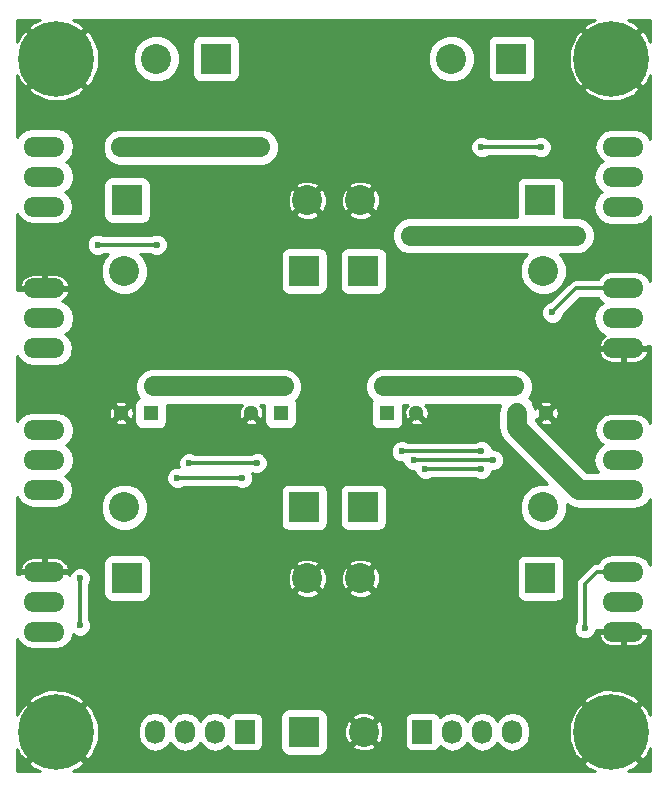
<source format=gbl>
G04 #@! TF.FileFunction,Copper,L2,Bot,Signal*
%FSLAX46Y46*%
G04 Gerber Fmt 4.6, Leading zero omitted, Abs format (unit mm)*
G04 Created by KiCad (PCBNEW 4.0.2-4+6225~38~ubuntu15.04.1-stable) date lun. 25 avril 2016 11:18:35 CEST*
%MOMM*%
G01*
G04 APERTURE LIST*
%ADD10C,0.100000*%
%ADD11C,6.400000*%
%ADD12C,0.600000*%
%ADD13C,2.540000*%
%ADD14R,2.540000X2.540000*%
%ADD15C,1.300000*%
%ADD16R,1.300000X1.300000*%
%ADD17R,1.727200X2.032000*%
%ADD18O,1.727200X2.032000*%
%ADD19O,3.500120X1.699260*%
%ADD20C,1.700000*%
%ADD21C,1.700000*%
%ADD22C,0.300000*%
%ADD23C,0.150000*%
%ADD24C,0.254000*%
G04 APERTURE END LIST*
D10*
D11*
X71000000Y-24000000D03*
D12*
X73400000Y-24000000D03*
X72697056Y-25697056D03*
X71000000Y-26400000D03*
X69302944Y-25697056D03*
X68600000Y-24000000D03*
X69302944Y-22302944D03*
X71000000Y-21600000D03*
X72697056Y-22302944D03*
D11*
X24000000Y-24000000D03*
D12*
X26400000Y-24000000D03*
X25697056Y-25697056D03*
X24000000Y-26400000D03*
X22302944Y-25697056D03*
X21600000Y-24000000D03*
X22302944Y-22302944D03*
X24000000Y-21600000D03*
X25697056Y-22302944D03*
D11*
X71000000Y-81000000D03*
D12*
X73400000Y-81000000D03*
X72697056Y-82697056D03*
X71000000Y-83400000D03*
X69302944Y-82697056D03*
X68600000Y-81000000D03*
X69302944Y-79302944D03*
X71000000Y-78600000D03*
X72697056Y-79302944D03*
D13*
X49758780Y-36002960D03*
D14*
X64998780Y-36002960D03*
D13*
X65241220Y-61997040D03*
D14*
X50001220Y-61997040D03*
D13*
X45241220Y-67997040D03*
D14*
X30001220Y-67997040D03*
D15*
X29500000Y-54000000D03*
D16*
X32000000Y-54000000D03*
D15*
X40500000Y-54000000D03*
D16*
X43000000Y-54000000D03*
D15*
X54500000Y-54000000D03*
D16*
X52000000Y-54000000D03*
D15*
X65500000Y-54000000D03*
D16*
X63000000Y-54000000D03*
D13*
X29758780Y-42002960D03*
D14*
X44998780Y-42002960D03*
D13*
X45241220Y-35997040D03*
D14*
X30001220Y-35997040D03*
D13*
X29758780Y-62002960D03*
D14*
X44998780Y-62002960D03*
D13*
X65241220Y-41997040D03*
D14*
X50001220Y-41997040D03*
D13*
X49758780Y-68002960D03*
D14*
X64998780Y-68002960D03*
X44960000Y-81000000D03*
D13*
X50040000Y-81000000D03*
D17*
X40000000Y-81000000D03*
D18*
X37460000Y-81000000D03*
X34920000Y-81000000D03*
X32380000Y-81000000D03*
D14*
X37540000Y-24000000D03*
D13*
X32460000Y-24000000D03*
D17*
X55000000Y-81000000D03*
D18*
X57540000Y-81000000D03*
X60080000Y-81000000D03*
X62620000Y-81000000D03*
D14*
X62540000Y-24000000D03*
D13*
X57460000Y-24000000D03*
D19*
X23000000Y-34000000D03*
X23000000Y-36540000D03*
X23000000Y-31460000D03*
X23000000Y-46000000D03*
X23000000Y-48540000D03*
X23000000Y-43460000D03*
X23000000Y-58000000D03*
X23000000Y-60540000D03*
X23000000Y-55460000D03*
X23000000Y-70000000D03*
X23000000Y-72540000D03*
X23000000Y-67460000D03*
X72000000Y-34000000D03*
X72000000Y-31460000D03*
X72000000Y-36540000D03*
X72000000Y-46000000D03*
X72000000Y-43460000D03*
X72000000Y-48540000D03*
X72000000Y-58000000D03*
X72000000Y-55460000D03*
X72000000Y-60540000D03*
X72000000Y-70000000D03*
X72000000Y-67460000D03*
X72000000Y-72540000D03*
D11*
X24000000Y-81000000D03*
D12*
X26400000Y-81000000D03*
X25697056Y-82697056D03*
X24000000Y-83400000D03*
X22302944Y-82697056D03*
X21600000Y-81000000D03*
X22302944Y-79302944D03*
X24000000Y-78600000D03*
X25697056Y-79302944D03*
D20*
X68000000Y-39000000D03*
X54000000Y-39000000D03*
X51750000Y-51750000D03*
X62750000Y-51750000D03*
X43250000Y-51750000D03*
X32250000Y-51750000D03*
X41250000Y-31500000D03*
X29500000Y-31500000D03*
D12*
X27500000Y-39750000D03*
X32500000Y-39750000D03*
X41000000Y-58250000D03*
X35250000Y-58250000D03*
X39750000Y-59500000D03*
X34250000Y-59500000D03*
X26000000Y-68000000D03*
X26000000Y-72000000D03*
X60000000Y-57250000D03*
X53250000Y-57250000D03*
X65000000Y-31500000D03*
X60000000Y-31500000D03*
X54250000Y-58000000D03*
X61000000Y-58000000D03*
X66000000Y-45500000D03*
X55250000Y-58750000D03*
X60000000Y-58750000D03*
X68750000Y-72250000D03*
D21*
X54000000Y-39000000D02*
X68000000Y-39000000D01*
X51750000Y-51750000D02*
X62750000Y-51750000D01*
X72000000Y-60540000D02*
X68290000Y-60540000D01*
X63000000Y-55250000D02*
X63000000Y-54000000D01*
X68290000Y-60540000D02*
X63000000Y-55250000D01*
X43250000Y-51750000D02*
X32250000Y-51750000D01*
X29500000Y-31500000D02*
X41250000Y-31500000D01*
D22*
X32500000Y-39750000D02*
X27500000Y-39750000D01*
X35250000Y-58250000D02*
X41000000Y-58250000D01*
X34250000Y-59500000D02*
X39750000Y-59500000D01*
X26000000Y-72000000D02*
X26000000Y-68000000D01*
X53250000Y-57250000D02*
X60000000Y-57250000D01*
X65000000Y-31500000D02*
X60000000Y-31500000D01*
X61000000Y-58000000D02*
X54250000Y-58000000D01*
X72000000Y-43460000D02*
X68040000Y-43460000D01*
X68040000Y-43460000D02*
X66000000Y-45500000D01*
D23*
X68040000Y-43460000D02*
X66000000Y-45500000D01*
D22*
X55500000Y-58750000D02*
X55250000Y-58750000D01*
X60000000Y-58750000D02*
X55500000Y-58750000D01*
X72000000Y-67460000D02*
X69790000Y-67460000D01*
X69790000Y-67460000D02*
X68750000Y-68500000D01*
X68750000Y-68500000D02*
X68750000Y-72250000D01*
D24*
G36*
X21985146Y-20955119D02*
X21957948Y-20973292D01*
X21577002Y-21397397D01*
X24000000Y-23820395D01*
X26422998Y-21397397D01*
X26042052Y-20973292D01*
X25414376Y-20710000D01*
X69584495Y-20710000D01*
X68985146Y-20955119D01*
X68957948Y-20973292D01*
X68577002Y-21397397D01*
X71000000Y-23820395D01*
X73422998Y-21397397D01*
X73042052Y-20973292D01*
X72414376Y-20710000D01*
X74290000Y-20710000D01*
X74290000Y-22584495D01*
X74044881Y-21985146D01*
X74026708Y-21957948D01*
X73602603Y-21577002D01*
X71179605Y-24000000D01*
X73602603Y-26422998D01*
X74026708Y-26042052D01*
X74290000Y-25414376D01*
X74290000Y-30848792D01*
X73996948Y-30410208D01*
X73515299Y-30088381D01*
X72947156Y-29975370D01*
X71052844Y-29975370D01*
X70484701Y-30088381D01*
X70003052Y-30410208D01*
X69681225Y-30891857D01*
X69568214Y-31460000D01*
X69681225Y-32028143D01*
X70003052Y-32509792D01*
X70250509Y-32675137D01*
X69936196Y-32885154D01*
X69594426Y-33396650D01*
X69474412Y-34000000D01*
X69594426Y-34603350D01*
X69936196Y-35114846D01*
X70168401Y-35270000D01*
X69936196Y-35425154D01*
X69594426Y-35936650D01*
X69474412Y-36540000D01*
X69594426Y-37143350D01*
X69936196Y-37654846D01*
X70447692Y-37996616D01*
X71051042Y-38116630D01*
X72948958Y-38116630D01*
X73552308Y-37996616D01*
X74063804Y-37654846D01*
X74290000Y-37316319D01*
X74290000Y-42848792D01*
X73996948Y-42410208D01*
X73515299Y-42088381D01*
X72947156Y-41975370D01*
X71052844Y-41975370D01*
X70484701Y-42088381D01*
X70003052Y-42410208D01*
X69826124Y-42675000D01*
X68040000Y-42675000D01*
X67739594Y-42734755D01*
X67484921Y-42904921D01*
X65824995Y-44564847D01*
X65814833Y-44564838D01*
X65471057Y-44706883D01*
X65207808Y-44969673D01*
X65065162Y-45313201D01*
X65064838Y-45685167D01*
X65206883Y-46028943D01*
X65469673Y-46292192D01*
X65813201Y-46434838D01*
X66185167Y-46435162D01*
X66528943Y-46293117D01*
X66792192Y-46030327D01*
X66934838Y-45686799D01*
X66934848Y-45675310D01*
X68365158Y-44245000D01*
X69826124Y-44245000D01*
X70003052Y-44509792D01*
X70250509Y-44675137D01*
X69936196Y-44885154D01*
X69594426Y-45396650D01*
X69474412Y-46000000D01*
X69594426Y-46603350D01*
X69936196Y-47114846D01*
X70447692Y-47456616D01*
X70494146Y-47465856D01*
X70139581Y-47759616D01*
X69914016Y-48186391D01*
X69910448Y-48223079D01*
X69971315Y-48413000D01*
X71873000Y-48413000D01*
X71873000Y-48393000D01*
X72127000Y-48393000D01*
X72127000Y-48413000D01*
X74028685Y-48413000D01*
X74040222Y-48377000D01*
X74290000Y-48377000D01*
X74290000Y-54848792D01*
X73996948Y-54410208D01*
X73515299Y-54088381D01*
X72947156Y-53975370D01*
X71052844Y-53975370D01*
X70484701Y-54088381D01*
X70003052Y-54410208D01*
X69681225Y-54891857D01*
X69568214Y-55460000D01*
X69681225Y-56028143D01*
X70003052Y-56509792D01*
X70250509Y-56675137D01*
X69936196Y-56885154D01*
X69594426Y-57396650D01*
X69474412Y-58000000D01*
X69594426Y-58603350D01*
X69834736Y-58963000D01*
X68943215Y-58963000D01*
X64739983Y-54759768D01*
X64919837Y-54759768D01*
X64989392Y-54918856D01*
X65379890Y-55044314D01*
X65788674Y-55010784D01*
X66010608Y-54918856D01*
X66080163Y-54759768D01*
X65500000Y-54179605D01*
X64919837Y-54759768D01*
X64739983Y-54759768D01*
X64577000Y-54596786D01*
X64577000Y-54500603D01*
X64581144Y-54510608D01*
X64740232Y-54580163D01*
X65320395Y-54000000D01*
X65679605Y-54000000D01*
X66259768Y-54580163D01*
X66418856Y-54510608D01*
X66544314Y-54120110D01*
X66510784Y-53711326D01*
X66418856Y-53489392D01*
X66259768Y-53419837D01*
X65679605Y-54000000D01*
X65320395Y-54000000D01*
X64740232Y-53419837D01*
X64581144Y-53489392D01*
X64515856Y-53692607D01*
X64456958Y-53396508D01*
X64377663Y-53277835D01*
X64370588Y-53240232D01*
X64919837Y-53240232D01*
X65500000Y-53820395D01*
X66080163Y-53240232D01*
X66010608Y-53081144D01*
X65620110Y-52955686D01*
X65211326Y-52989216D01*
X64989392Y-53081144D01*
X64919837Y-53240232D01*
X64370588Y-53240232D01*
X64340549Y-53080590D01*
X64181328Y-52833154D01*
X64012604Y-52717869D01*
X64086136Y-52644465D01*
X64326725Y-52065061D01*
X64327273Y-51437692D01*
X64087695Y-50857868D01*
X63644465Y-50413864D01*
X63065061Y-50173275D01*
X62437692Y-50172727D01*
X62437031Y-50173000D01*
X51750232Y-50173000D01*
X51437692Y-50172727D01*
X50857868Y-50412305D01*
X50413864Y-50855535D01*
X50173275Y-51434939D01*
X50172727Y-52062308D01*
X50412305Y-52642132D01*
X50733756Y-52964145D01*
X50667157Y-53061615D01*
X50608758Y-53350000D01*
X50608758Y-54650000D01*
X50659451Y-54919410D01*
X50818672Y-55166846D01*
X51061615Y-55332843D01*
X51350000Y-55391242D01*
X52650000Y-55391242D01*
X52919410Y-55340549D01*
X53166846Y-55181328D01*
X53332843Y-54938385D01*
X53369013Y-54759768D01*
X53919837Y-54759768D01*
X53989392Y-54918856D01*
X54379890Y-55044314D01*
X54788674Y-55010784D01*
X55010608Y-54918856D01*
X55080163Y-54759768D01*
X54500000Y-54179605D01*
X53919837Y-54759768D01*
X53369013Y-54759768D01*
X53391242Y-54650000D01*
X53391242Y-53350000D01*
X53386914Y-53327000D01*
X53689900Y-53327000D01*
X53668646Y-53348254D01*
X53740230Y-53419838D01*
X53581144Y-53489392D01*
X53455686Y-53879890D01*
X53489216Y-54288674D01*
X53581144Y-54510608D01*
X53740232Y-54580163D01*
X54320395Y-54000000D01*
X54306253Y-53985858D01*
X54485858Y-53806253D01*
X54500000Y-53820395D01*
X54514143Y-53806253D01*
X54693748Y-53985858D01*
X54679605Y-54000000D01*
X55259768Y-54580163D01*
X55418856Y-54510608D01*
X55544314Y-54120110D01*
X55510784Y-53711326D01*
X55418856Y-53489392D01*
X55259770Y-53419838D01*
X55331354Y-53348254D01*
X55310100Y-53327000D01*
X61589486Y-53327000D01*
X61543042Y-53396508D01*
X61423000Y-54000000D01*
X61423000Y-55250000D01*
X61464772Y-55460000D01*
X61543042Y-55853492D01*
X61884893Y-56365107D01*
X65520068Y-60000282D01*
X64845735Y-59999694D01*
X64111488Y-60303078D01*
X63549233Y-60864353D01*
X63244567Y-61598069D01*
X63243874Y-62392525D01*
X63547258Y-63126772D01*
X64108533Y-63689027D01*
X64842249Y-63993693D01*
X65636705Y-63994386D01*
X66370952Y-63691002D01*
X66933207Y-63129727D01*
X67237873Y-62396011D01*
X67238482Y-61697597D01*
X67481584Y-61860032D01*
X67686508Y-61996958D01*
X68290000Y-62117000D01*
X72000000Y-62117000D01*
X72001860Y-62116630D01*
X72948958Y-62116630D01*
X73552308Y-61996616D01*
X74063804Y-61654846D01*
X74290000Y-61316319D01*
X74290000Y-66848792D01*
X73996948Y-66410208D01*
X73515299Y-66088381D01*
X72947156Y-65975370D01*
X71052844Y-65975370D01*
X70484701Y-66088381D01*
X70003052Y-66410208D01*
X69826124Y-66675000D01*
X69790000Y-66675000D01*
X69489593Y-66734755D01*
X69234921Y-66904921D01*
X68194921Y-67944921D01*
X68024755Y-68199593D01*
X68010488Y-68271318D01*
X67965000Y-68500000D01*
X67965000Y-71712494D01*
X67957808Y-71719673D01*
X67815162Y-72063201D01*
X67814838Y-72435167D01*
X67956883Y-72778943D01*
X68219673Y-73042192D01*
X68563201Y-73184838D01*
X68935167Y-73185162D01*
X69278943Y-73043117D01*
X69465464Y-72856921D01*
X69910448Y-72856921D01*
X69914016Y-72893609D01*
X70139581Y-73320384D01*
X70511296Y-73628353D01*
X70972570Y-73770630D01*
X71873000Y-73770630D01*
X71873000Y-72667000D01*
X72127000Y-72667000D01*
X72127000Y-73770630D01*
X73027430Y-73770630D01*
X73488704Y-73628353D01*
X73860419Y-73320384D01*
X74085984Y-72893609D01*
X74089552Y-72856921D01*
X74028685Y-72667000D01*
X72127000Y-72667000D01*
X71873000Y-72667000D01*
X69971315Y-72667000D01*
X69910448Y-72856921D01*
X69465464Y-72856921D01*
X69542192Y-72780327D01*
X69684838Y-72436799D01*
X69684890Y-72377000D01*
X69959778Y-72377000D01*
X69971315Y-72413000D01*
X71873000Y-72413000D01*
X71873000Y-72393000D01*
X72127000Y-72393000D01*
X72127000Y-72413000D01*
X74028685Y-72413000D01*
X74040222Y-72377000D01*
X74290000Y-72377000D01*
X74290000Y-79584495D01*
X74044881Y-78985146D01*
X74026708Y-78957948D01*
X73602603Y-78577002D01*
X71179605Y-81000000D01*
X73602603Y-83422998D01*
X74026708Y-83042052D01*
X74290000Y-82414376D01*
X74290000Y-84290000D01*
X72415505Y-84290000D01*
X73014854Y-84044881D01*
X73042052Y-84026708D01*
X73422998Y-83602603D01*
X71000000Y-81179605D01*
X68577002Y-83602603D01*
X68957948Y-84026708D01*
X69585624Y-84290000D01*
X25415505Y-84290000D01*
X26014854Y-84044881D01*
X26042052Y-84026708D01*
X26422998Y-83602603D01*
X24000000Y-81179605D01*
X21577002Y-83602603D01*
X21957948Y-84026708D01*
X22585624Y-84290000D01*
X20710000Y-84290000D01*
X20710000Y-82415505D01*
X20955119Y-83014854D01*
X20973292Y-83042052D01*
X21397397Y-83422998D01*
X23820395Y-81000000D01*
X24179605Y-81000000D01*
X26602603Y-83422998D01*
X27026708Y-83042052D01*
X27577773Y-81728339D01*
X27581863Y-80815255D01*
X30881400Y-80815255D01*
X30881400Y-81184745D01*
X30995474Y-81758234D01*
X31320330Y-82244415D01*
X31806511Y-82569271D01*
X32380000Y-82683345D01*
X32953489Y-82569271D01*
X33439670Y-82244415D01*
X33650000Y-81929634D01*
X33860330Y-82244415D01*
X34346511Y-82569271D01*
X34920000Y-82683345D01*
X35493489Y-82569271D01*
X35979670Y-82244415D01*
X36190000Y-81929634D01*
X36400330Y-82244415D01*
X36886511Y-82569271D01*
X37460000Y-82683345D01*
X38033489Y-82569271D01*
X38519670Y-82244415D01*
X38529243Y-82230087D01*
X38533238Y-82251317D01*
X38672310Y-82467441D01*
X38884510Y-82612431D01*
X39136400Y-82663440D01*
X40863600Y-82663440D01*
X41098917Y-82619162D01*
X41315041Y-82480090D01*
X41460031Y-82267890D01*
X41511040Y-82016000D01*
X41511040Y-79984000D01*
X41466762Y-79748683D01*
X41454740Y-79730000D01*
X42948758Y-79730000D01*
X42948758Y-82270000D01*
X42999451Y-82539410D01*
X43158672Y-82786846D01*
X43401615Y-82952843D01*
X43690000Y-83011242D01*
X46230000Y-83011242D01*
X46499410Y-82960549D01*
X46746846Y-82801328D01*
X46912843Y-82558385D01*
X46971242Y-82270000D01*
X46971242Y-82209159D01*
X49010446Y-82209159D01*
X49156120Y-82432622D01*
X49771642Y-82661816D01*
X50428019Y-82638014D01*
X50923880Y-82432622D01*
X51069554Y-82209159D01*
X50040000Y-81179605D01*
X49010446Y-82209159D01*
X46971242Y-82209159D01*
X46971242Y-80731642D01*
X48378184Y-80731642D01*
X48401986Y-81388019D01*
X48607378Y-81883880D01*
X48830841Y-82029554D01*
X49860395Y-81000000D01*
X50219605Y-81000000D01*
X51249159Y-82029554D01*
X51472622Y-81883880D01*
X51701816Y-81268358D01*
X51678014Y-80611981D01*
X51472622Y-80116120D01*
X51269951Y-79984000D01*
X53488960Y-79984000D01*
X53488960Y-82016000D01*
X53533238Y-82251317D01*
X53672310Y-82467441D01*
X53884510Y-82612431D01*
X54136400Y-82663440D01*
X55863600Y-82663440D01*
X56098917Y-82619162D01*
X56315041Y-82480090D01*
X56460031Y-82267890D01*
X56468400Y-82226561D01*
X56480330Y-82244415D01*
X56966511Y-82569271D01*
X57540000Y-82683345D01*
X58113489Y-82569271D01*
X58599670Y-82244415D01*
X58810000Y-81929634D01*
X59020330Y-82244415D01*
X59506511Y-82569271D01*
X60080000Y-82683345D01*
X60653489Y-82569271D01*
X61139670Y-82244415D01*
X61350000Y-81929634D01*
X61560330Y-82244415D01*
X62046511Y-82569271D01*
X62620000Y-82683345D01*
X63193489Y-82569271D01*
X63679670Y-82244415D01*
X64004526Y-81758234D01*
X64016853Y-81696257D01*
X67415845Y-81696257D01*
X67955119Y-83014854D01*
X67973292Y-83042052D01*
X68397397Y-83422998D01*
X70820395Y-81000000D01*
X68397397Y-78577002D01*
X67973292Y-78957948D01*
X67422227Y-80271661D01*
X67415845Y-81696257D01*
X64016853Y-81696257D01*
X64118600Y-81184745D01*
X64118600Y-80815255D01*
X64004526Y-80241766D01*
X63679670Y-79755585D01*
X63193489Y-79430729D01*
X62620000Y-79316655D01*
X62046511Y-79430729D01*
X61560330Y-79755585D01*
X61350000Y-80070366D01*
X61139670Y-79755585D01*
X60653489Y-79430729D01*
X60080000Y-79316655D01*
X59506511Y-79430729D01*
X59020330Y-79755585D01*
X58810000Y-80070366D01*
X58599670Y-79755585D01*
X58113489Y-79430729D01*
X57540000Y-79316655D01*
X56966511Y-79430729D01*
X56480330Y-79755585D01*
X56470757Y-79769913D01*
X56466762Y-79748683D01*
X56327690Y-79532559D01*
X56115490Y-79387569D01*
X55863600Y-79336560D01*
X54136400Y-79336560D01*
X53901083Y-79380838D01*
X53684959Y-79519910D01*
X53539969Y-79732110D01*
X53488960Y-79984000D01*
X51269951Y-79984000D01*
X51249159Y-79970446D01*
X50219605Y-81000000D01*
X49860395Y-81000000D01*
X48830841Y-79970446D01*
X48607378Y-80116120D01*
X48378184Y-80731642D01*
X46971242Y-80731642D01*
X46971242Y-79790841D01*
X49010446Y-79790841D01*
X50040000Y-80820395D01*
X51069554Y-79790841D01*
X50923880Y-79567378D01*
X50308358Y-79338184D01*
X49651981Y-79361986D01*
X49156120Y-79567378D01*
X49010446Y-79790841D01*
X46971242Y-79790841D01*
X46971242Y-79730000D01*
X46920549Y-79460590D01*
X46761328Y-79213154D01*
X46518385Y-79047157D01*
X46230000Y-78988758D01*
X43690000Y-78988758D01*
X43420590Y-79039451D01*
X43173154Y-79198672D01*
X43007157Y-79441615D01*
X42948758Y-79730000D01*
X41454740Y-79730000D01*
X41327690Y-79532559D01*
X41115490Y-79387569D01*
X40863600Y-79336560D01*
X39136400Y-79336560D01*
X38901083Y-79380838D01*
X38684959Y-79519910D01*
X38539969Y-79732110D01*
X38531600Y-79773439D01*
X38519670Y-79755585D01*
X38033489Y-79430729D01*
X37460000Y-79316655D01*
X36886511Y-79430729D01*
X36400330Y-79755585D01*
X36190000Y-80070366D01*
X35979670Y-79755585D01*
X35493489Y-79430729D01*
X34920000Y-79316655D01*
X34346511Y-79430729D01*
X33860330Y-79755585D01*
X33650000Y-80070366D01*
X33439670Y-79755585D01*
X32953489Y-79430729D01*
X32380000Y-79316655D01*
X31806511Y-79430729D01*
X31320330Y-79755585D01*
X30995474Y-80241766D01*
X30881400Y-80815255D01*
X27581863Y-80815255D01*
X27584155Y-80303743D01*
X27044881Y-78985146D01*
X27026708Y-78957948D01*
X26602603Y-78577002D01*
X24179605Y-81000000D01*
X23820395Y-81000000D01*
X21397397Y-78577002D01*
X20973292Y-78957948D01*
X20710000Y-79585624D01*
X20710000Y-78397397D01*
X21577002Y-78397397D01*
X24000000Y-80820395D01*
X26422998Y-78397397D01*
X68577002Y-78397397D01*
X71000000Y-80820395D01*
X73422998Y-78397397D01*
X73042052Y-77973292D01*
X71728339Y-77422227D01*
X70303743Y-77415845D01*
X68985146Y-77955119D01*
X68957948Y-77973292D01*
X68577002Y-78397397D01*
X26422998Y-78397397D01*
X26042052Y-77973292D01*
X24728339Y-77422227D01*
X23303743Y-77415845D01*
X21985146Y-77955119D01*
X21957948Y-77973292D01*
X21577002Y-78397397D01*
X20710000Y-78397397D01*
X20710000Y-73151208D01*
X21003052Y-73589792D01*
X21484701Y-73911619D01*
X22052844Y-74024630D01*
X23947156Y-74024630D01*
X24515299Y-73911619D01*
X24996948Y-73589792D01*
X25318775Y-73108143D01*
X25396252Y-72718642D01*
X25469673Y-72792192D01*
X25813201Y-72934838D01*
X26185167Y-72935162D01*
X26528943Y-72793117D01*
X26792192Y-72530327D01*
X26934838Y-72186799D01*
X26935162Y-71814833D01*
X26793117Y-71471057D01*
X26785000Y-71462926D01*
X26785000Y-68537506D01*
X26792192Y-68530327D01*
X26934838Y-68186799D01*
X26935162Y-67814833D01*
X26793117Y-67471057D01*
X26530327Y-67207808D01*
X26186799Y-67065162D01*
X25814833Y-67064838D01*
X25471057Y-67206883D01*
X25207808Y-67469673D01*
X25085490Y-67764246D01*
X25028685Y-67587000D01*
X23127000Y-67587000D01*
X23127000Y-67607000D01*
X22873000Y-67607000D01*
X22873000Y-67587000D01*
X20971315Y-67587000D01*
X20959778Y-67623000D01*
X20710000Y-67623000D01*
X20710000Y-67143079D01*
X20910448Y-67143079D01*
X20971315Y-67333000D01*
X22873000Y-67333000D01*
X22873000Y-66229370D01*
X23127000Y-66229370D01*
X23127000Y-67333000D01*
X25028685Y-67333000D01*
X25089552Y-67143079D01*
X25085984Y-67106391D01*
X24885485Y-66727040D01*
X27989978Y-66727040D01*
X27989978Y-69267040D01*
X28040671Y-69536450D01*
X28199892Y-69783886D01*
X28442835Y-69949883D01*
X28731220Y-70008282D01*
X31271220Y-70008282D01*
X31540630Y-69957589D01*
X31788066Y-69798368D01*
X31954063Y-69555425D01*
X32012462Y-69267040D01*
X32012462Y-69206199D01*
X44211666Y-69206199D01*
X44357340Y-69429662D01*
X44972862Y-69658856D01*
X45629239Y-69635054D01*
X46125100Y-69429662D01*
X46266914Y-69212119D01*
X48729226Y-69212119D01*
X48874900Y-69435582D01*
X49490422Y-69664776D01*
X50146799Y-69640974D01*
X50642660Y-69435582D01*
X50788334Y-69212119D01*
X49758780Y-68182565D01*
X48729226Y-69212119D01*
X46266914Y-69212119D01*
X46270774Y-69206199D01*
X45241220Y-68176645D01*
X44211666Y-69206199D01*
X32012462Y-69206199D01*
X32012462Y-67728682D01*
X43579404Y-67728682D01*
X43603206Y-68385059D01*
X43808598Y-68880920D01*
X44032061Y-69026594D01*
X45061615Y-67997040D01*
X45420825Y-67997040D01*
X46450379Y-69026594D01*
X46673842Y-68880920D01*
X46903036Y-68265398D01*
X46883788Y-67734602D01*
X48096964Y-67734602D01*
X48120766Y-68390979D01*
X48326158Y-68886840D01*
X48549621Y-69032514D01*
X49579175Y-68002960D01*
X49938385Y-68002960D01*
X50967939Y-69032514D01*
X51191402Y-68886840D01*
X51420596Y-68271318D01*
X51396794Y-67614941D01*
X51191402Y-67119080D01*
X50967939Y-66973406D01*
X49938385Y-68002960D01*
X49579175Y-68002960D01*
X48549621Y-66973406D01*
X48326158Y-67119080D01*
X48096964Y-67734602D01*
X46883788Y-67734602D01*
X46879234Y-67609021D01*
X46673842Y-67113160D01*
X46450379Y-66967486D01*
X45420825Y-67997040D01*
X45061615Y-67997040D01*
X44032061Y-66967486D01*
X43808598Y-67113160D01*
X43579404Y-67728682D01*
X32012462Y-67728682D01*
X32012462Y-66787881D01*
X44211666Y-66787881D01*
X45241220Y-67817435D01*
X46264854Y-66793801D01*
X48729226Y-66793801D01*
X49758780Y-67823355D01*
X50788334Y-66793801D01*
X50748673Y-66732960D01*
X62987538Y-66732960D01*
X62987538Y-69272960D01*
X63038231Y-69542370D01*
X63197452Y-69789806D01*
X63440395Y-69955803D01*
X63728780Y-70014202D01*
X66268780Y-70014202D01*
X66538190Y-69963509D01*
X66785626Y-69804288D01*
X66951623Y-69561345D01*
X67010022Y-69272960D01*
X67010022Y-66732960D01*
X66959329Y-66463550D01*
X66800108Y-66216114D01*
X66557165Y-66050117D01*
X66268780Y-65991718D01*
X63728780Y-65991718D01*
X63459370Y-66042411D01*
X63211934Y-66201632D01*
X63045937Y-66444575D01*
X62987538Y-66732960D01*
X50748673Y-66732960D01*
X50642660Y-66570338D01*
X50027138Y-66341144D01*
X49370761Y-66364946D01*
X48874900Y-66570338D01*
X48729226Y-66793801D01*
X46264854Y-66793801D01*
X46270774Y-66787881D01*
X46125100Y-66564418D01*
X45509578Y-66335224D01*
X44853201Y-66359026D01*
X44357340Y-66564418D01*
X44211666Y-66787881D01*
X32012462Y-66787881D01*
X32012462Y-66727040D01*
X31961769Y-66457630D01*
X31802548Y-66210194D01*
X31559605Y-66044197D01*
X31271220Y-65985798D01*
X28731220Y-65985798D01*
X28461810Y-66036491D01*
X28214374Y-66195712D01*
X28048377Y-66438655D01*
X27989978Y-66727040D01*
X24885485Y-66727040D01*
X24860419Y-66679616D01*
X24488704Y-66371647D01*
X24027430Y-66229370D01*
X23127000Y-66229370D01*
X22873000Y-66229370D01*
X21972570Y-66229370D01*
X21511296Y-66371647D01*
X21139581Y-66679616D01*
X20914016Y-67106391D01*
X20910448Y-67143079D01*
X20710000Y-67143079D01*
X20710000Y-62398445D01*
X27761434Y-62398445D01*
X28064818Y-63132692D01*
X28626093Y-63694947D01*
X29359809Y-63999613D01*
X30154265Y-64000306D01*
X30888512Y-63696922D01*
X31450767Y-63135647D01*
X31755433Y-62401931D01*
X31756126Y-61607475D01*
X31452742Y-60873228D01*
X31312719Y-60732960D01*
X42987538Y-60732960D01*
X42987538Y-63272960D01*
X43038231Y-63542370D01*
X43197452Y-63789806D01*
X43440395Y-63955803D01*
X43728780Y-64014202D01*
X46268780Y-64014202D01*
X46538190Y-63963509D01*
X46785626Y-63804288D01*
X46951623Y-63561345D01*
X47010022Y-63272960D01*
X47010022Y-60732960D01*
X47008909Y-60727040D01*
X47989978Y-60727040D01*
X47989978Y-63267040D01*
X48040671Y-63536450D01*
X48199892Y-63783886D01*
X48442835Y-63949883D01*
X48731220Y-64008282D01*
X51271220Y-64008282D01*
X51540630Y-63957589D01*
X51788066Y-63798368D01*
X51954063Y-63555425D01*
X52012462Y-63267040D01*
X52012462Y-60727040D01*
X51961769Y-60457630D01*
X51802548Y-60210194D01*
X51559605Y-60044197D01*
X51271220Y-59985798D01*
X48731220Y-59985798D01*
X48461810Y-60036491D01*
X48214374Y-60195712D01*
X48048377Y-60438655D01*
X47989978Y-60727040D01*
X47008909Y-60727040D01*
X46959329Y-60463550D01*
X46800108Y-60216114D01*
X46557165Y-60050117D01*
X46268780Y-59991718D01*
X43728780Y-59991718D01*
X43459370Y-60042411D01*
X43211934Y-60201632D01*
X43045937Y-60444575D01*
X42987538Y-60732960D01*
X31312719Y-60732960D01*
X30891467Y-60310973D01*
X30157751Y-60006307D01*
X29363295Y-60005614D01*
X28629048Y-60308998D01*
X28066793Y-60870273D01*
X27762127Y-61603989D01*
X27761434Y-62398445D01*
X20710000Y-62398445D01*
X20710000Y-61151208D01*
X21003052Y-61589792D01*
X21484701Y-61911619D01*
X22052844Y-62024630D01*
X23947156Y-62024630D01*
X24515299Y-61911619D01*
X24996948Y-61589792D01*
X25318775Y-61108143D01*
X25431786Y-60540000D01*
X25318775Y-59971857D01*
X25127216Y-59685167D01*
X33314838Y-59685167D01*
X33456883Y-60028943D01*
X33719673Y-60292192D01*
X34063201Y-60434838D01*
X34435167Y-60435162D01*
X34778943Y-60293117D01*
X34787074Y-60285000D01*
X39212494Y-60285000D01*
X39219673Y-60292192D01*
X39563201Y-60434838D01*
X39935167Y-60435162D01*
X40278943Y-60293117D01*
X40542192Y-60030327D01*
X40684838Y-59686799D01*
X40685162Y-59314833D01*
X40593807Y-59093737D01*
X40813201Y-59184838D01*
X41185167Y-59185162D01*
X41528943Y-59043117D01*
X41792192Y-58780327D01*
X41934838Y-58436799D01*
X41935162Y-58064833D01*
X41793117Y-57721057D01*
X41530327Y-57457808D01*
X41475802Y-57435167D01*
X52314838Y-57435167D01*
X52456883Y-57778943D01*
X52719673Y-58042192D01*
X53063201Y-58184838D01*
X53314838Y-58185057D01*
X53314838Y-58185167D01*
X53456883Y-58528943D01*
X53719673Y-58792192D01*
X54063201Y-58934838D01*
X54314838Y-58935057D01*
X54314838Y-58935167D01*
X54456883Y-59278943D01*
X54719673Y-59542192D01*
X55063201Y-59684838D01*
X55435167Y-59685162D01*
X55778943Y-59543117D01*
X55787074Y-59535000D01*
X59462494Y-59535000D01*
X59469673Y-59542192D01*
X59813201Y-59684838D01*
X60185167Y-59685162D01*
X60528943Y-59543117D01*
X60792192Y-59280327D01*
X60934838Y-58936799D01*
X60934840Y-58934944D01*
X61185167Y-58935162D01*
X61528943Y-58793117D01*
X61792192Y-58530327D01*
X61934838Y-58186799D01*
X61935162Y-57814833D01*
X61793117Y-57471057D01*
X61530327Y-57207808D01*
X61186799Y-57065162D01*
X60935162Y-57064943D01*
X60935162Y-57064833D01*
X60793117Y-56721057D01*
X60530327Y-56457808D01*
X60186799Y-56315162D01*
X59814833Y-56314838D01*
X59471057Y-56456883D01*
X59462926Y-56465000D01*
X53787506Y-56465000D01*
X53780327Y-56457808D01*
X53436799Y-56315162D01*
X53064833Y-56314838D01*
X52721057Y-56456883D01*
X52457808Y-56719673D01*
X52315162Y-57063201D01*
X52314838Y-57435167D01*
X41475802Y-57435167D01*
X41186799Y-57315162D01*
X40814833Y-57314838D01*
X40471057Y-57456883D01*
X40462926Y-57465000D01*
X35787506Y-57465000D01*
X35780327Y-57457808D01*
X35436799Y-57315162D01*
X35064833Y-57314838D01*
X34721057Y-57456883D01*
X34457808Y-57719673D01*
X34315162Y-58063201D01*
X34314838Y-58435167D01*
X34368526Y-58565103D01*
X34064833Y-58564838D01*
X33721057Y-58706883D01*
X33457808Y-58969673D01*
X33315162Y-59313201D01*
X33314838Y-59685167D01*
X25127216Y-59685167D01*
X24996948Y-59490208D01*
X24749491Y-59324863D01*
X25063804Y-59114846D01*
X25405574Y-58603350D01*
X25525588Y-58000000D01*
X25405574Y-57396650D01*
X25063804Y-56885154D01*
X24831599Y-56730000D01*
X25063804Y-56574846D01*
X25405574Y-56063350D01*
X25525588Y-55460000D01*
X25405574Y-54856650D01*
X25340840Y-54759768D01*
X28919837Y-54759768D01*
X28989392Y-54918856D01*
X29379890Y-55044314D01*
X29788674Y-55010784D01*
X30010608Y-54918856D01*
X30080163Y-54759768D01*
X29500000Y-54179605D01*
X28919837Y-54759768D01*
X25340840Y-54759768D01*
X25063804Y-54345154D01*
X24552308Y-54003384D01*
X23948958Y-53883370D01*
X22051042Y-53883370D01*
X21447692Y-54003384D01*
X20936196Y-54345154D01*
X20710000Y-54683681D01*
X20710000Y-53879890D01*
X28455686Y-53879890D01*
X28489216Y-54288674D01*
X28581144Y-54510608D01*
X28740232Y-54580163D01*
X29320395Y-54000000D01*
X29679605Y-54000000D01*
X30259768Y-54580163D01*
X30418856Y-54510608D01*
X30544314Y-54120110D01*
X30510784Y-53711326D01*
X30418856Y-53489392D01*
X30259768Y-53419837D01*
X29679605Y-54000000D01*
X29320395Y-54000000D01*
X28740232Y-53419837D01*
X28581144Y-53489392D01*
X28455686Y-53879890D01*
X20710000Y-53879890D01*
X20710000Y-53240232D01*
X28919837Y-53240232D01*
X29500000Y-53820395D01*
X29970395Y-53350000D01*
X30608758Y-53350000D01*
X30608758Y-54650000D01*
X30659451Y-54919410D01*
X30818672Y-55166846D01*
X31061615Y-55332843D01*
X31350000Y-55391242D01*
X32650000Y-55391242D01*
X32919410Y-55340549D01*
X33166846Y-55181328D01*
X33332843Y-54938385D01*
X33369013Y-54759768D01*
X39919837Y-54759768D01*
X39989392Y-54918856D01*
X40379890Y-55044314D01*
X40788674Y-55010784D01*
X41010608Y-54918856D01*
X41080163Y-54759768D01*
X40500000Y-54179605D01*
X39919837Y-54759768D01*
X33369013Y-54759768D01*
X33391242Y-54650000D01*
X33391242Y-53350000D01*
X33386914Y-53327000D01*
X39689900Y-53327000D01*
X39668646Y-53348254D01*
X39740230Y-53419838D01*
X39581144Y-53489392D01*
X39455686Y-53879890D01*
X39489216Y-54288674D01*
X39581144Y-54510608D01*
X39740232Y-54580163D01*
X40320395Y-54000000D01*
X40306253Y-53985858D01*
X40485858Y-53806253D01*
X40500000Y-53820395D01*
X40514143Y-53806253D01*
X40693748Y-53985858D01*
X40679605Y-54000000D01*
X41259768Y-54580163D01*
X41418856Y-54510608D01*
X41544314Y-54120110D01*
X41510784Y-53711326D01*
X41418856Y-53489392D01*
X41259770Y-53419838D01*
X41331354Y-53348254D01*
X41310100Y-53327000D01*
X41613416Y-53327000D01*
X41608758Y-53350000D01*
X41608758Y-54650000D01*
X41659451Y-54919410D01*
X41818672Y-55166846D01*
X42061615Y-55332843D01*
X42350000Y-55391242D01*
X43650000Y-55391242D01*
X43919410Y-55340549D01*
X44166846Y-55181328D01*
X44332843Y-54938385D01*
X44391242Y-54650000D01*
X44391242Y-53350000D01*
X44340549Y-53080590D01*
X44265728Y-52964315D01*
X44586136Y-52644465D01*
X44826725Y-52065061D01*
X44827273Y-51437692D01*
X44587695Y-50857868D01*
X44144465Y-50413864D01*
X43565061Y-50173275D01*
X42937692Y-50172727D01*
X42937031Y-50173000D01*
X32250232Y-50173000D01*
X31937692Y-50172727D01*
X31357868Y-50412305D01*
X30913864Y-50855535D01*
X30673275Y-51434939D01*
X30672727Y-52062308D01*
X30912305Y-52642132D01*
X30988652Y-52718612D01*
X30833154Y-52818672D01*
X30667157Y-53061615D01*
X30608758Y-53350000D01*
X29970395Y-53350000D01*
X30080163Y-53240232D01*
X30010608Y-53081144D01*
X29620110Y-52955686D01*
X29211326Y-52989216D01*
X28989392Y-53081144D01*
X28919837Y-53240232D01*
X20710000Y-53240232D01*
X20710000Y-49151208D01*
X21003052Y-49589792D01*
X21484701Y-49911619D01*
X22052844Y-50024630D01*
X23947156Y-50024630D01*
X24515299Y-49911619D01*
X24996948Y-49589792D01*
X25318775Y-49108143D01*
X25368746Y-48856921D01*
X69910448Y-48856921D01*
X69914016Y-48893609D01*
X70139581Y-49320384D01*
X70511296Y-49628353D01*
X70972570Y-49770630D01*
X71873000Y-49770630D01*
X71873000Y-48667000D01*
X72127000Y-48667000D01*
X72127000Y-49770630D01*
X73027430Y-49770630D01*
X73488704Y-49628353D01*
X73860419Y-49320384D01*
X74085984Y-48893609D01*
X74089552Y-48856921D01*
X74028685Y-48667000D01*
X72127000Y-48667000D01*
X71873000Y-48667000D01*
X69971315Y-48667000D01*
X69910448Y-48856921D01*
X25368746Y-48856921D01*
X25431786Y-48540000D01*
X25318775Y-47971857D01*
X24996948Y-47490208D01*
X24749491Y-47324863D01*
X25063804Y-47114846D01*
X25405574Y-46603350D01*
X25525588Y-46000000D01*
X25405574Y-45396650D01*
X25063804Y-44885154D01*
X24552308Y-44543384D01*
X24505854Y-44534144D01*
X24860419Y-44240384D01*
X25085984Y-43813609D01*
X25089552Y-43776921D01*
X25028685Y-43587000D01*
X23127000Y-43587000D01*
X23127000Y-43607000D01*
X22873000Y-43607000D01*
X22873000Y-43587000D01*
X20971315Y-43587000D01*
X20959778Y-43623000D01*
X20710000Y-43623000D01*
X20710000Y-43143079D01*
X20910448Y-43143079D01*
X20971315Y-43333000D01*
X22873000Y-43333000D01*
X22873000Y-42229370D01*
X23127000Y-42229370D01*
X23127000Y-43333000D01*
X25028685Y-43333000D01*
X25089552Y-43143079D01*
X25085984Y-43106391D01*
X24860419Y-42679616D01*
X24488704Y-42371647D01*
X24027430Y-42229370D01*
X23127000Y-42229370D01*
X22873000Y-42229370D01*
X21972570Y-42229370D01*
X21511296Y-42371647D01*
X21139581Y-42679616D01*
X20914016Y-43106391D01*
X20910448Y-43143079D01*
X20710000Y-43143079D01*
X20710000Y-39935167D01*
X26564838Y-39935167D01*
X26706883Y-40278943D01*
X26969673Y-40542192D01*
X27313201Y-40684838D01*
X27685167Y-40685162D01*
X28028943Y-40543117D01*
X28037074Y-40535000D01*
X28402651Y-40535000D01*
X28066793Y-40870273D01*
X27762127Y-41603989D01*
X27761434Y-42398445D01*
X28064818Y-43132692D01*
X28626093Y-43694947D01*
X29359809Y-43999613D01*
X30154265Y-44000306D01*
X30888512Y-43696922D01*
X31450767Y-43135647D01*
X31755433Y-42401931D01*
X31756126Y-41607475D01*
X31452742Y-40873228D01*
X31312719Y-40732960D01*
X42987538Y-40732960D01*
X42987538Y-43272960D01*
X43038231Y-43542370D01*
X43197452Y-43789806D01*
X43440395Y-43955803D01*
X43728780Y-44014202D01*
X46268780Y-44014202D01*
X46538190Y-43963509D01*
X46785626Y-43804288D01*
X46951623Y-43561345D01*
X47010022Y-43272960D01*
X47010022Y-40732960D01*
X47008909Y-40727040D01*
X47989978Y-40727040D01*
X47989978Y-43267040D01*
X48040671Y-43536450D01*
X48199892Y-43783886D01*
X48442835Y-43949883D01*
X48731220Y-44008282D01*
X51271220Y-44008282D01*
X51540630Y-43957589D01*
X51788066Y-43798368D01*
X51954063Y-43555425D01*
X52012462Y-43267040D01*
X52012462Y-40727040D01*
X51961769Y-40457630D01*
X51802548Y-40210194D01*
X51559605Y-40044197D01*
X51271220Y-39985798D01*
X48731220Y-39985798D01*
X48461810Y-40036491D01*
X48214374Y-40195712D01*
X48048377Y-40438655D01*
X47989978Y-40727040D01*
X47008909Y-40727040D01*
X46959329Y-40463550D01*
X46800108Y-40216114D01*
X46557165Y-40050117D01*
X46268780Y-39991718D01*
X43728780Y-39991718D01*
X43459370Y-40042411D01*
X43211934Y-40201632D01*
X43045937Y-40444575D01*
X42987538Y-40732960D01*
X31312719Y-40732960D01*
X31115104Y-40535000D01*
X31962494Y-40535000D01*
X31969673Y-40542192D01*
X32313201Y-40684838D01*
X32685167Y-40685162D01*
X33028943Y-40543117D01*
X33292192Y-40280327D01*
X33434838Y-39936799D01*
X33435162Y-39564833D01*
X33330822Y-39312308D01*
X52422727Y-39312308D01*
X52662305Y-39892132D01*
X53105535Y-40336136D01*
X53684939Y-40576725D01*
X54312308Y-40577273D01*
X54312969Y-40577000D01*
X63837088Y-40577000D01*
X63549233Y-40864353D01*
X63244567Y-41598069D01*
X63243874Y-42392525D01*
X63547258Y-43126772D01*
X64108533Y-43689027D01*
X64842249Y-43993693D01*
X65636705Y-43994386D01*
X66370952Y-43691002D01*
X66933207Y-43129727D01*
X67237873Y-42396011D01*
X67238566Y-41601555D01*
X66935182Y-40867308D01*
X66645380Y-40577000D01*
X67999768Y-40577000D01*
X68312308Y-40577273D01*
X68892132Y-40337695D01*
X69336136Y-39894465D01*
X69576725Y-39315061D01*
X69577273Y-38687692D01*
X69337695Y-38107868D01*
X68894465Y-37663864D01*
X68315061Y-37423275D01*
X67687692Y-37422727D01*
X67687031Y-37423000D01*
X66979638Y-37423000D01*
X67010022Y-37272960D01*
X67010022Y-34732960D01*
X66959329Y-34463550D01*
X66800108Y-34216114D01*
X66557165Y-34050117D01*
X66268780Y-33991718D01*
X63728780Y-33991718D01*
X63459370Y-34042411D01*
X63211934Y-34201632D01*
X63045937Y-34444575D01*
X62987538Y-34732960D01*
X62987538Y-37272960D01*
X63015770Y-37423000D01*
X54000232Y-37423000D01*
X53687692Y-37422727D01*
X53107868Y-37662305D01*
X52663864Y-38105535D01*
X52423275Y-38684939D01*
X52422727Y-39312308D01*
X33330822Y-39312308D01*
X33293117Y-39221057D01*
X33030327Y-38957808D01*
X32686799Y-38815162D01*
X32314833Y-38814838D01*
X31971057Y-38956883D01*
X31962926Y-38965000D01*
X28037506Y-38965000D01*
X28030327Y-38957808D01*
X27686799Y-38815162D01*
X27314833Y-38814838D01*
X26971057Y-38956883D01*
X26707808Y-39219673D01*
X26565162Y-39563201D01*
X26564838Y-39935167D01*
X20710000Y-39935167D01*
X20710000Y-37151208D01*
X21003052Y-37589792D01*
X21484701Y-37911619D01*
X22052844Y-38024630D01*
X23947156Y-38024630D01*
X24515299Y-37911619D01*
X24996948Y-37589792D01*
X25318775Y-37108143D01*
X25431786Y-36540000D01*
X25318775Y-35971857D01*
X24996948Y-35490208D01*
X24749491Y-35324863D01*
X25063804Y-35114846D01*
X25322927Y-34727040D01*
X27989978Y-34727040D01*
X27989978Y-37267040D01*
X28040671Y-37536450D01*
X28199892Y-37783886D01*
X28442835Y-37949883D01*
X28731220Y-38008282D01*
X31271220Y-38008282D01*
X31540630Y-37957589D01*
X31788066Y-37798368D01*
X31954063Y-37555425D01*
X32012462Y-37267040D01*
X32012462Y-37206199D01*
X44211666Y-37206199D01*
X44357340Y-37429662D01*
X44972862Y-37658856D01*
X45629239Y-37635054D01*
X46125100Y-37429662D01*
X46266914Y-37212119D01*
X48729226Y-37212119D01*
X48874900Y-37435582D01*
X49490422Y-37664776D01*
X50146799Y-37640974D01*
X50642660Y-37435582D01*
X50788334Y-37212119D01*
X49758780Y-36182565D01*
X48729226Y-37212119D01*
X46266914Y-37212119D01*
X46270774Y-37206199D01*
X45241220Y-36176645D01*
X44211666Y-37206199D01*
X32012462Y-37206199D01*
X32012462Y-35728682D01*
X43579404Y-35728682D01*
X43603206Y-36385059D01*
X43808598Y-36880920D01*
X44032061Y-37026594D01*
X45061615Y-35997040D01*
X45420825Y-35997040D01*
X46450379Y-37026594D01*
X46673842Y-36880920D01*
X46903036Y-36265398D01*
X46883788Y-35734602D01*
X48096964Y-35734602D01*
X48120766Y-36390979D01*
X48326158Y-36886840D01*
X48549621Y-37032514D01*
X49579175Y-36002960D01*
X49938385Y-36002960D01*
X50967939Y-37032514D01*
X51191402Y-36886840D01*
X51420596Y-36271318D01*
X51396794Y-35614941D01*
X51191402Y-35119080D01*
X50967939Y-34973406D01*
X49938385Y-36002960D01*
X49579175Y-36002960D01*
X48549621Y-34973406D01*
X48326158Y-35119080D01*
X48096964Y-35734602D01*
X46883788Y-35734602D01*
X46879234Y-35609021D01*
X46673842Y-35113160D01*
X46450379Y-34967486D01*
X45420825Y-35997040D01*
X45061615Y-35997040D01*
X44032061Y-34967486D01*
X43808598Y-35113160D01*
X43579404Y-35728682D01*
X32012462Y-35728682D01*
X32012462Y-34787881D01*
X44211666Y-34787881D01*
X45241220Y-35817435D01*
X46264854Y-34793801D01*
X48729226Y-34793801D01*
X49758780Y-35823355D01*
X50788334Y-34793801D01*
X50642660Y-34570338D01*
X50027138Y-34341144D01*
X49370761Y-34364946D01*
X48874900Y-34570338D01*
X48729226Y-34793801D01*
X46264854Y-34793801D01*
X46270774Y-34787881D01*
X46125100Y-34564418D01*
X45509578Y-34335224D01*
X44853201Y-34359026D01*
X44357340Y-34564418D01*
X44211666Y-34787881D01*
X32012462Y-34787881D01*
X32012462Y-34727040D01*
X31961769Y-34457630D01*
X31802548Y-34210194D01*
X31559605Y-34044197D01*
X31271220Y-33985798D01*
X28731220Y-33985798D01*
X28461810Y-34036491D01*
X28214374Y-34195712D01*
X28048377Y-34438655D01*
X27989978Y-34727040D01*
X25322927Y-34727040D01*
X25405574Y-34603350D01*
X25525588Y-34000000D01*
X25405574Y-33396650D01*
X25063804Y-32885154D01*
X24831599Y-32730000D01*
X25063804Y-32574846D01*
X25405574Y-32063350D01*
X25455509Y-31812308D01*
X27922727Y-31812308D01*
X28162305Y-32392132D01*
X28605535Y-32836136D01*
X29184939Y-33076725D01*
X29812308Y-33077273D01*
X29812969Y-33077000D01*
X41249768Y-33077000D01*
X41562308Y-33077273D01*
X42142132Y-32837695D01*
X42586136Y-32394465D01*
X42826725Y-31815061D01*
X42826838Y-31685167D01*
X59064838Y-31685167D01*
X59206883Y-32028943D01*
X59469673Y-32292192D01*
X59813201Y-32434838D01*
X60185167Y-32435162D01*
X60528943Y-32293117D01*
X60537074Y-32285000D01*
X64462494Y-32285000D01*
X64469673Y-32292192D01*
X64813201Y-32434838D01*
X65185167Y-32435162D01*
X65528943Y-32293117D01*
X65792192Y-32030327D01*
X65934838Y-31686799D01*
X65935162Y-31314833D01*
X65793117Y-30971057D01*
X65530327Y-30707808D01*
X65186799Y-30565162D01*
X64814833Y-30564838D01*
X64471057Y-30706883D01*
X64462926Y-30715000D01*
X60537506Y-30715000D01*
X60530327Y-30707808D01*
X60186799Y-30565162D01*
X59814833Y-30564838D01*
X59471057Y-30706883D01*
X59207808Y-30969673D01*
X59065162Y-31313201D01*
X59064838Y-31685167D01*
X42826838Y-31685167D01*
X42827273Y-31187692D01*
X42587695Y-30607868D01*
X42144465Y-30163864D01*
X41565061Y-29923275D01*
X40937692Y-29922727D01*
X40937031Y-29923000D01*
X29500232Y-29923000D01*
X29187692Y-29922727D01*
X28607868Y-30162305D01*
X28163864Y-30605535D01*
X27923275Y-31184939D01*
X27922727Y-31812308D01*
X25455509Y-31812308D01*
X25525588Y-31460000D01*
X25405574Y-30856650D01*
X25063804Y-30345154D01*
X24552308Y-30003384D01*
X23948958Y-29883370D01*
X22051042Y-29883370D01*
X21447692Y-30003384D01*
X20936196Y-30345154D01*
X20710000Y-30683681D01*
X20710000Y-26602603D01*
X21577002Y-26602603D01*
X21957948Y-27026708D01*
X23271661Y-27577773D01*
X24696257Y-27584155D01*
X26014854Y-27044881D01*
X26042052Y-27026708D01*
X26422998Y-26602603D01*
X68577002Y-26602603D01*
X68957948Y-27026708D01*
X70271661Y-27577773D01*
X71696257Y-27584155D01*
X73014854Y-27044881D01*
X73042052Y-27026708D01*
X73422998Y-26602603D01*
X71000000Y-24179605D01*
X68577002Y-26602603D01*
X26422998Y-26602603D01*
X24000000Y-24179605D01*
X21577002Y-26602603D01*
X20710000Y-26602603D01*
X20710000Y-25415505D01*
X20955119Y-26014854D01*
X20973292Y-26042052D01*
X21397397Y-26422998D01*
X23820395Y-24000000D01*
X24179605Y-24000000D01*
X26602603Y-26422998D01*
X27026708Y-26042052D01*
X27577773Y-24728339D01*
X27579264Y-24395485D01*
X30462654Y-24395485D01*
X30766038Y-25129732D01*
X31327313Y-25691987D01*
X32061029Y-25996653D01*
X32855485Y-25997346D01*
X33589732Y-25693962D01*
X34151987Y-25132687D01*
X34456653Y-24398971D01*
X34457346Y-23604515D01*
X34153962Y-22870268D01*
X34013939Y-22730000D01*
X35528758Y-22730000D01*
X35528758Y-25270000D01*
X35579451Y-25539410D01*
X35738672Y-25786846D01*
X35981615Y-25952843D01*
X36270000Y-26011242D01*
X38810000Y-26011242D01*
X39079410Y-25960549D01*
X39326846Y-25801328D01*
X39492843Y-25558385D01*
X39551242Y-25270000D01*
X39551242Y-24395485D01*
X55462654Y-24395485D01*
X55766038Y-25129732D01*
X56327313Y-25691987D01*
X57061029Y-25996653D01*
X57855485Y-25997346D01*
X58589732Y-25693962D01*
X59151987Y-25132687D01*
X59456653Y-24398971D01*
X59457346Y-23604515D01*
X59153962Y-22870268D01*
X59013939Y-22730000D01*
X60528758Y-22730000D01*
X60528758Y-25270000D01*
X60579451Y-25539410D01*
X60738672Y-25786846D01*
X60981615Y-25952843D01*
X61270000Y-26011242D01*
X63810000Y-26011242D01*
X64079410Y-25960549D01*
X64326846Y-25801328D01*
X64492843Y-25558385D01*
X64551242Y-25270000D01*
X64551242Y-24696257D01*
X67415845Y-24696257D01*
X67955119Y-26014854D01*
X67973292Y-26042052D01*
X68397397Y-26422998D01*
X70820395Y-24000000D01*
X68397397Y-21577002D01*
X67973292Y-21957948D01*
X67422227Y-23271661D01*
X67415845Y-24696257D01*
X64551242Y-24696257D01*
X64551242Y-22730000D01*
X64500549Y-22460590D01*
X64341328Y-22213154D01*
X64098385Y-22047157D01*
X63810000Y-21988758D01*
X61270000Y-21988758D01*
X61000590Y-22039451D01*
X60753154Y-22198672D01*
X60587157Y-22441615D01*
X60528758Y-22730000D01*
X59013939Y-22730000D01*
X58592687Y-22308013D01*
X57858971Y-22003347D01*
X57064515Y-22002654D01*
X56330268Y-22306038D01*
X55768013Y-22867313D01*
X55463347Y-23601029D01*
X55462654Y-24395485D01*
X39551242Y-24395485D01*
X39551242Y-22730000D01*
X39500549Y-22460590D01*
X39341328Y-22213154D01*
X39098385Y-22047157D01*
X38810000Y-21988758D01*
X36270000Y-21988758D01*
X36000590Y-22039451D01*
X35753154Y-22198672D01*
X35587157Y-22441615D01*
X35528758Y-22730000D01*
X34013939Y-22730000D01*
X33592687Y-22308013D01*
X32858971Y-22003347D01*
X32064515Y-22002654D01*
X31330268Y-22306038D01*
X30768013Y-22867313D01*
X30463347Y-23601029D01*
X30462654Y-24395485D01*
X27579264Y-24395485D01*
X27584155Y-23303743D01*
X27044881Y-21985146D01*
X27026708Y-21957948D01*
X26602603Y-21577002D01*
X24179605Y-24000000D01*
X23820395Y-24000000D01*
X21397397Y-21577002D01*
X20973292Y-21957948D01*
X20710000Y-22585624D01*
X20710000Y-20710000D01*
X22584495Y-20710000D01*
X21985146Y-20955119D01*
X21985146Y-20955119D01*
G37*
X21985146Y-20955119D02*
X21957948Y-20973292D01*
X21577002Y-21397397D01*
X24000000Y-23820395D01*
X26422998Y-21397397D01*
X26042052Y-20973292D01*
X25414376Y-20710000D01*
X69584495Y-20710000D01*
X68985146Y-20955119D01*
X68957948Y-20973292D01*
X68577002Y-21397397D01*
X71000000Y-23820395D01*
X73422998Y-21397397D01*
X73042052Y-20973292D01*
X72414376Y-20710000D01*
X74290000Y-20710000D01*
X74290000Y-22584495D01*
X74044881Y-21985146D01*
X74026708Y-21957948D01*
X73602603Y-21577002D01*
X71179605Y-24000000D01*
X73602603Y-26422998D01*
X74026708Y-26042052D01*
X74290000Y-25414376D01*
X74290000Y-30848792D01*
X73996948Y-30410208D01*
X73515299Y-30088381D01*
X72947156Y-29975370D01*
X71052844Y-29975370D01*
X70484701Y-30088381D01*
X70003052Y-30410208D01*
X69681225Y-30891857D01*
X69568214Y-31460000D01*
X69681225Y-32028143D01*
X70003052Y-32509792D01*
X70250509Y-32675137D01*
X69936196Y-32885154D01*
X69594426Y-33396650D01*
X69474412Y-34000000D01*
X69594426Y-34603350D01*
X69936196Y-35114846D01*
X70168401Y-35270000D01*
X69936196Y-35425154D01*
X69594426Y-35936650D01*
X69474412Y-36540000D01*
X69594426Y-37143350D01*
X69936196Y-37654846D01*
X70447692Y-37996616D01*
X71051042Y-38116630D01*
X72948958Y-38116630D01*
X73552308Y-37996616D01*
X74063804Y-37654846D01*
X74290000Y-37316319D01*
X74290000Y-42848792D01*
X73996948Y-42410208D01*
X73515299Y-42088381D01*
X72947156Y-41975370D01*
X71052844Y-41975370D01*
X70484701Y-42088381D01*
X70003052Y-42410208D01*
X69826124Y-42675000D01*
X68040000Y-42675000D01*
X67739594Y-42734755D01*
X67484921Y-42904921D01*
X65824995Y-44564847D01*
X65814833Y-44564838D01*
X65471057Y-44706883D01*
X65207808Y-44969673D01*
X65065162Y-45313201D01*
X65064838Y-45685167D01*
X65206883Y-46028943D01*
X65469673Y-46292192D01*
X65813201Y-46434838D01*
X66185167Y-46435162D01*
X66528943Y-46293117D01*
X66792192Y-46030327D01*
X66934838Y-45686799D01*
X66934848Y-45675310D01*
X68365158Y-44245000D01*
X69826124Y-44245000D01*
X70003052Y-44509792D01*
X70250509Y-44675137D01*
X69936196Y-44885154D01*
X69594426Y-45396650D01*
X69474412Y-46000000D01*
X69594426Y-46603350D01*
X69936196Y-47114846D01*
X70447692Y-47456616D01*
X70494146Y-47465856D01*
X70139581Y-47759616D01*
X69914016Y-48186391D01*
X69910448Y-48223079D01*
X69971315Y-48413000D01*
X71873000Y-48413000D01*
X71873000Y-48393000D01*
X72127000Y-48393000D01*
X72127000Y-48413000D01*
X74028685Y-48413000D01*
X74040222Y-48377000D01*
X74290000Y-48377000D01*
X74290000Y-54848792D01*
X73996948Y-54410208D01*
X73515299Y-54088381D01*
X72947156Y-53975370D01*
X71052844Y-53975370D01*
X70484701Y-54088381D01*
X70003052Y-54410208D01*
X69681225Y-54891857D01*
X69568214Y-55460000D01*
X69681225Y-56028143D01*
X70003052Y-56509792D01*
X70250509Y-56675137D01*
X69936196Y-56885154D01*
X69594426Y-57396650D01*
X69474412Y-58000000D01*
X69594426Y-58603350D01*
X69834736Y-58963000D01*
X68943215Y-58963000D01*
X64739983Y-54759768D01*
X64919837Y-54759768D01*
X64989392Y-54918856D01*
X65379890Y-55044314D01*
X65788674Y-55010784D01*
X66010608Y-54918856D01*
X66080163Y-54759768D01*
X65500000Y-54179605D01*
X64919837Y-54759768D01*
X64739983Y-54759768D01*
X64577000Y-54596786D01*
X64577000Y-54500603D01*
X64581144Y-54510608D01*
X64740232Y-54580163D01*
X65320395Y-54000000D01*
X65679605Y-54000000D01*
X66259768Y-54580163D01*
X66418856Y-54510608D01*
X66544314Y-54120110D01*
X66510784Y-53711326D01*
X66418856Y-53489392D01*
X66259768Y-53419837D01*
X65679605Y-54000000D01*
X65320395Y-54000000D01*
X64740232Y-53419837D01*
X64581144Y-53489392D01*
X64515856Y-53692607D01*
X64456958Y-53396508D01*
X64377663Y-53277835D01*
X64370588Y-53240232D01*
X64919837Y-53240232D01*
X65500000Y-53820395D01*
X66080163Y-53240232D01*
X66010608Y-53081144D01*
X65620110Y-52955686D01*
X65211326Y-52989216D01*
X64989392Y-53081144D01*
X64919837Y-53240232D01*
X64370588Y-53240232D01*
X64340549Y-53080590D01*
X64181328Y-52833154D01*
X64012604Y-52717869D01*
X64086136Y-52644465D01*
X64326725Y-52065061D01*
X64327273Y-51437692D01*
X64087695Y-50857868D01*
X63644465Y-50413864D01*
X63065061Y-50173275D01*
X62437692Y-50172727D01*
X62437031Y-50173000D01*
X51750232Y-50173000D01*
X51437692Y-50172727D01*
X50857868Y-50412305D01*
X50413864Y-50855535D01*
X50173275Y-51434939D01*
X50172727Y-52062308D01*
X50412305Y-52642132D01*
X50733756Y-52964145D01*
X50667157Y-53061615D01*
X50608758Y-53350000D01*
X50608758Y-54650000D01*
X50659451Y-54919410D01*
X50818672Y-55166846D01*
X51061615Y-55332843D01*
X51350000Y-55391242D01*
X52650000Y-55391242D01*
X52919410Y-55340549D01*
X53166846Y-55181328D01*
X53332843Y-54938385D01*
X53369013Y-54759768D01*
X53919837Y-54759768D01*
X53989392Y-54918856D01*
X54379890Y-55044314D01*
X54788674Y-55010784D01*
X55010608Y-54918856D01*
X55080163Y-54759768D01*
X54500000Y-54179605D01*
X53919837Y-54759768D01*
X53369013Y-54759768D01*
X53391242Y-54650000D01*
X53391242Y-53350000D01*
X53386914Y-53327000D01*
X53689900Y-53327000D01*
X53668646Y-53348254D01*
X53740230Y-53419838D01*
X53581144Y-53489392D01*
X53455686Y-53879890D01*
X53489216Y-54288674D01*
X53581144Y-54510608D01*
X53740232Y-54580163D01*
X54320395Y-54000000D01*
X54306253Y-53985858D01*
X54485858Y-53806253D01*
X54500000Y-53820395D01*
X54514143Y-53806253D01*
X54693748Y-53985858D01*
X54679605Y-54000000D01*
X55259768Y-54580163D01*
X55418856Y-54510608D01*
X55544314Y-54120110D01*
X55510784Y-53711326D01*
X55418856Y-53489392D01*
X55259770Y-53419838D01*
X55331354Y-53348254D01*
X55310100Y-53327000D01*
X61589486Y-53327000D01*
X61543042Y-53396508D01*
X61423000Y-54000000D01*
X61423000Y-55250000D01*
X61464772Y-55460000D01*
X61543042Y-55853492D01*
X61884893Y-56365107D01*
X65520068Y-60000282D01*
X64845735Y-59999694D01*
X64111488Y-60303078D01*
X63549233Y-60864353D01*
X63244567Y-61598069D01*
X63243874Y-62392525D01*
X63547258Y-63126772D01*
X64108533Y-63689027D01*
X64842249Y-63993693D01*
X65636705Y-63994386D01*
X66370952Y-63691002D01*
X66933207Y-63129727D01*
X67237873Y-62396011D01*
X67238482Y-61697597D01*
X67481584Y-61860032D01*
X67686508Y-61996958D01*
X68290000Y-62117000D01*
X72000000Y-62117000D01*
X72001860Y-62116630D01*
X72948958Y-62116630D01*
X73552308Y-61996616D01*
X74063804Y-61654846D01*
X74290000Y-61316319D01*
X74290000Y-66848792D01*
X73996948Y-66410208D01*
X73515299Y-66088381D01*
X72947156Y-65975370D01*
X71052844Y-65975370D01*
X70484701Y-66088381D01*
X70003052Y-66410208D01*
X69826124Y-66675000D01*
X69790000Y-66675000D01*
X69489593Y-66734755D01*
X69234921Y-66904921D01*
X68194921Y-67944921D01*
X68024755Y-68199593D01*
X68010488Y-68271318D01*
X67965000Y-68500000D01*
X67965000Y-71712494D01*
X67957808Y-71719673D01*
X67815162Y-72063201D01*
X67814838Y-72435167D01*
X67956883Y-72778943D01*
X68219673Y-73042192D01*
X68563201Y-73184838D01*
X68935167Y-73185162D01*
X69278943Y-73043117D01*
X69465464Y-72856921D01*
X69910448Y-72856921D01*
X69914016Y-72893609D01*
X70139581Y-73320384D01*
X70511296Y-73628353D01*
X70972570Y-73770630D01*
X71873000Y-73770630D01*
X71873000Y-72667000D01*
X72127000Y-72667000D01*
X72127000Y-73770630D01*
X73027430Y-73770630D01*
X73488704Y-73628353D01*
X73860419Y-73320384D01*
X74085984Y-72893609D01*
X74089552Y-72856921D01*
X74028685Y-72667000D01*
X72127000Y-72667000D01*
X71873000Y-72667000D01*
X69971315Y-72667000D01*
X69910448Y-72856921D01*
X69465464Y-72856921D01*
X69542192Y-72780327D01*
X69684838Y-72436799D01*
X69684890Y-72377000D01*
X69959778Y-72377000D01*
X69971315Y-72413000D01*
X71873000Y-72413000D01*
X71873000Y-72393000D01*
X72127000Y-72393000D01*
X72127000Y-72413000D01*
X74028685Y-72413000D01*
X74040222Y-72377000D01*
X74290000Y-72377000D01*
X74290000Y-79584495D01*
X74044881Y-78985146D01*
X74026708Y-78957948D01*
X73602603Y-78577002D01*
X71179605Y-81000000D01*
X73602603Y-83422998D01*
X74026708Y-83042052D01*
X74290000Y-82414376D01*
X74290000Y-84290000D01*
X72415505Y-84290000D01*
X73014854Y-84044881D01*
X73042052Y-84026708D01*
X73422998Y-83602603D01*
X71000000Y-81179605D01*
X68577002Y-83602603D01*
X68957948Y-84026708D01*
X69585624Y-84290000D01*
X25415505Y-84290000D01*
X26014854Y-84044881D01*
X26042052Y-84026708D01*
X26422998Y-83602603D01*
X24000000Y-81179605D01*
X21577002Y-83602603D01*
X21957948Y-84026708D01*
X22585624Y-84290000D01*
X20710000Y-84290000D01*
X20710000Y-82415505D01*
X20955119Y-83014854D01*
X20973292Y-83042052D01*
X21397397Y-83422998D01*
X23820395Y-81000000D01*
X24179605Y-81000000D01*
X26602603Y-83422998D01*
X27026708Y-83042052D01*
X27577773Y-81728339D01*
X27581863Y-80815255D01*
X30881400Y-80815255D01*
X30881400Y-81184745D01*
X30995474Y-81758234D01*
X31320330Y-82244415D01*
X31806511Y-82569271D01*
X32380000Y-82683345D01*
X32953489Y-82569271D01*
X33439670Y-82244415D01*
X33650000Y-81929634D01*
X33860330Y-82244415D01*
X34346511Y-82569271D01*
X34920000Y-82683345D01*
X35493489Y-82569271D01*
X35979670Y-82244415D01*
X36190000Y-81929634D01*
X36400330Y-82244415D01*
X36886511Y-82569271D01*
X37460000Y-82683345D01*
X38033489Y-82569271D01*
X38519670Y-82244415D01*
X38529243Y-82230087D01*
X38533238Y-82251317D01*
X38672310Y-82467441D01*
X38884510Y-82612431D01*
X39136400Y-82663440D01*
X40863600Y-82663440D01*
X41098917Y-82619162D01*
X41315041Y-82480090D01*
X41460031Y-82267890D01*
X41511040Y-82016000D01*
X41511040Y-79984000D01*
X41466762Y-79748683D01*
X41454740Y-79730000D01*
X42948758Y-79730000D01*
X42948758Y-82270000D01*
X42999451Y-82539410D01*
X43158672Y-82786846D01*
X43401615Y-82952843D01*
X43690000Y-83011242D01*
X46230000Y-83011242D01*
X46499410Y-82960549D01*
X46746846Y-82801328D01*
X46912843Y-82558385D01*
X46971242Y-82270000D01*
X46971242Y-82209159D01*
X49010446Y-82209159D01*
X49156120Y-82432622D01*
X49771642Y-82661816D01*
X50428019Y-82638014D01*
X50923880Y-82432622D01*
X51069554Y-82209159D01*
X50040000Y-81179605D01*
X49010446Y-82209159D01*
X46971242Y-82209159D01*
X46971242Y-80731642D01*
X48378184Y-80731642D01*
X48401986Y-81388019D01*
X48607378Y-81883880D01*
X48830841Y-82029554D01*
X49860395Y-81000000D01*
X50219605Y-81000000D01*
X51249159Y-82029554D01*
X51472622Y-81883880D01*
X51701816Y-81268358D01*
X51678014Y-80611981D01*
X51472622Y-80116120D01*
X51269951Y-79984000D01*
X53488960Y-79984000D01*
X53488960Y-82016000D01*
X53533238Y-82251317D01*
X53672310Y-82467441D01*
X53884510Y-82612431D01*
X54136400Y-82663440D01*
X55863600Y-82663440D01*
X56098917Y-82619162D01*
X56315041Y-82480090D01*
X56460031Y-82267890D01*
X56468400Y-82226561D01*
X56480330Y-82244415D01*
X56966511Y-82569271D01*
X57540000Y-82683345D01*
X58113489Y-82569271D01*
X58599670Y-82244415D01*
X58810000Y-81929634D01*
X59020330Y-82244415D01*
X59506511Y-82569271D01*
X60080000Y-82683345D01*
X60653489Y-82569271D01*
X61139670Y-82244415D01*
X61350000Y-81929634D01*
X61560330Y-82244415D01*
X62046511Y-82569271D01*
X62620000Y-82683345D01*
X63193489Y-82569271D01*
X63679670Y-82244415D01*
X64004526Y-81758234D01*
X64016853Y-81696257D01*
X67415845Y-81696257D01*
X67955119Y-83014854D01*
X67973292Y-83042052D01*
X68397397Y-83422998D01*
X70820395Y-81000000D01*
X68397397Y-78577002D01*
X67973292Y-78957948D01*
X67422227Y-80271661D01*
X67415845Y-81696257D01*
X64016853Y-81696257D01*
X64118600Y-81184745D01*
X64118600Y-80815255D01*
X64004526Y-80241766D01*
X63679670Y-79755585D01*
X63193489Y-79430729D01*
X62620000Y-79316655D01*
X62046511Y-79430729D01*
X61560330Y-79755585D01*
X61350000Y-80070366D01*
X61139670Y-79755585D01*
X60653489Y-79430729D01*
X60080000Y-79316655D01*
X59506511Y-79430729D01*
X59020330Y-79755585D01*
X58810000Y-80070366D01*
X58599670Y-79755585D01*
X58113489Y-79430729D01*
X57540000Y-79316655D01*
X56966511Y-79430729D01*
X56480330Y-79755585D01*
X56470757Y-79769913D01*
X56466762Y-79748683D01*
X56327690Y-79532559D01*
X56115490Y-79387569D01*
X55863600Y-79336560D01*
X54136400Y-79336560D01*
X53901083Y-79380838D01*
X53684959Y-79519910D01*
X53539969Y-79732110D01*
X53488960Y-79984000D01*
X51269951Y-79984000D01*
X51249159Y-79970446D01*
X50219605Y-81000000D01*
X49860395Y-81000000D01*
X48830841Y-79970446D01*
X48607378Y-80116120D01*
X48378184Y-80731642D01*
X46971242Y-80731642D01*
X46971242Y-79790841D01*
X49010446Y-79790841D01*
X50040000Y-80820395D01*
X51069554Y-79790841D01*
X50923880Y-79567378D01*
X50308358Y-79338184D01*
X49651981Y-79361986D01*
X49156120Y-79567378D01*
X49010446Y-79790841D01*
X46971242Y-79790841D01*
X46971242Y-79730000D01*
X46920549Y-79460590D01*
X46761328Y-79213154D01*
X46518385Y-79047157D01*
X46230000Y-78988758D01*
X43690000Y-78988758D01*
X43420590Y-79039451D01*
X43173154Y-79198672D01*
X43007157Y-79441615D01*
X42948758Y-79730000D01*
X41454740Y-79730000D01*
X41327690Y-79532559D01*
X41115490Y-79387569D01*
X40863600Y-79336560D01*
X39136400Y-79336560D01*
X38901083Y-79380838D01*
X38684959Y-79519910D01*
X38539969Y-79732110D01*
X38531600Y-79773439D01*
X38519670Y-79755585D01*
X38033489Y-79430729D01*
X37460000Y-79316655D01*
X36886511Y-79430729D01*
X36400330Y-79755585D01*
X36190000Y-80070366D01*
X35979670Y-79755585D01*
X35493489Y-79430729D01*
X34920000Y-79316655D01*
X34346511Y-79430729D01*
X33860330Y-79755585D01*
X33650000Y-80070366D01*
X33439670Y-79755585D01*
X32953489Y-79430729D01*
X32380000Y-79316655D01*
X31806511Y-79430729D01*
X31320330Y-79755585D01*
X30995474Y-80241766D01*
X30881400Y-80815255D01*
X27581863Y-80815255D01*
X27584155Y-80303743D01*
X27044881Y-78985146D01*
X27026708Y-78957948D01*
X26602603Y-78577002D01*
X24179605Y-81000000D01*
X23820395Y-81000000D01*
X21397397Y-78577002D01*
X20973292Y-78957948D01*
X20710000Y-79585624D01*
X20710000Y-78397397D01*
X21577002Y-78397397D01*
X24000000Y-80820395D01*
X26422998Y-78397397D01*
X68577002Y-78397397D01*
X71000000Y-80820395D01*
X73422998Y-78397397D01*
X73042052Y-77973292D01*
X71728339Y-77422227D01*
X70303743Y-77415845D01*
X68985146Y-77955119D01*
X68957948Y-77973292D01*
X68577002Y-78397397D01*
X26422998Y-78397397D01*
X26042052Y-77973292D01*
X24728339Y-77422227D01*
X23303743Y-77415845D01*
X21985146Y-77955119D01*
X21957948Y-77973292D01*
X21577002Y-78397397D01*
X20710000Y-78397397D01*
X20710000Y-73151208D01*
X21003052Y-73589792D01*
X21484701Y-73911619D01*
X22052844Y-74024630D01*
X23947156Y-74024630D01*
X24515299Y-73911619D01*
X24996948Y-73589792D01*
X25318775Y-73108143D01*
X25396252Y-72718642D01*
X25469673Y-72792192D01*
X25813201Y-72934838D01*
X26185167Y-72935162D01*
X26528943Y-72793117D01*
X26792192Y-72530327D01*
X26934838Y-72186799D01*
X26935162Y-71814833D01*
X26793117Y-71471057D01*
X26785000Y-71462926D01*
X26785000Y-68537506D01*
X26792192Y-68530327D01*
X26934838Y-68186799D01*
X26935162Y-67814833D01*
X26793117Y-67471057D01*
X26530327Y-67207808D01*
X26186799Y-67065162D01*
X25814833Y-67064838D01*
X25471057Y-67206883D01*
X25207808Y-67469673D01*
X25085490Y-67764246D01*
X25028685Y-67587000D01*
X23127000Y-67587000D01*
X23127000Y-67607000D01*
X22873000Y-67607000D01*
X22873000Y-67587000D01*
X20971315Y-67587000D01*
X20959778Y-67623000D01*
X20710000Y-67623000D01*
X20710000Y-67143079D01*
X20910448Y-67143079D01*
X20971315Y-67333000D01*
X22873000Y-67333000D01*
X22873000Y-66229370D01*
X23127000Y-66229370D01*
X23127000Y-67333000D01*
X25028685Y-67333000D01*
X25089552Y-67143079D01*
X25085984Y-67106391D01*
X24885485Y-66727040D01*
X27989978Y-66727040D01*
X27989978Y-69267040D01*
X28040671Y-69536450D01*
X28199892Y-69783886D01*
X28442835Y-69949883D01*
X28731220Y-70008282D01*
X31271220Y-70008282D01*
X31540630Y-69957589D01*
X31788066Y-69798368D01*
X31954063Y-69555425D01*
X32012462Y-69267040D01*
X32012462Y-69206199D01*
X44211666Y-69206199D01*
X44357340Y-69429662D01*
X44972862Y-69658856D01*
X45629239Y-69635054D01*
X46125100Y-69429662D01*
X46266914Y-69212119D01*
X48729226Y-69212119D01*
X48874900Y-69435582D01*
X49490422Y-69664776D01*
X50146799Y-69640974D01*
X50642660Y-69435582D01*
X50788334Y-69212119D01*
X49758780Y-68182565D01*
X48729226Y-69212119D01*
X46266914Y-69212119D01*
X46270774Y-69206199D01*
X45241220Y-68176645D01*
X44211666Y-69206199D01*
X32012462Y-69206199D01*
X32012462Y-67728682D01*
X43579404Y-67728682D01*
X43603206Y-68385059D01*
X43808598Y-68880920D01*
X44032061Y-69026594D01*
X45061615Y-67997040D01*
X45420825Y-67997040D01*
X46450379Y-69026594D01*
X46673842Y-68880920D01*
X46903036Y-68265398D01*
X46883788Y-67734602D01*
X48096964Y-67734602D01*
X48120766Y-68390979D01*
X48326158Y-68886840D01*
X48549621Y-69032514D01*
X49579175Y-68002960D01*
X49938385Y-68002960D01*
X50967939Y-69032514D01*
X51191402Y-68886840D01*
X51420596Y-68271318D01*
X51396794Y-67614941D01*
X51191402Y-67119080D01*
X50967939Y-66973406D01*
X49938385Y-68002960D01*
X49579175Y-68002960D01*
X48549621Y-66973406D01*
X48326158Y-67119080D01*
X48096964Y-67734602D01*
X46883788Y-67734602D01*
X46879234Y-67609021D01*
X46673842Y-67113160D01*
X46450379Y-66967486D01*
X45420825Y-67997040D01*
X45061615Y-67997040D01*
X44032061Y-66967486D01*
X43808598Y-67113160D01*
X43579404Y-67728682D01*
X32012462Y-67728682D01*
X32012462Y-66787881D01*
X44211666Y-66787881D01*
X45241220Y-67817435D01*
X46264854Y-66793801D01*
X48729226Y-66793801D01*
X49758780Y-67823355D01*
X50788334Y-66793801D01*
X50748673Y-66732960D01*
X62987538Y-66732960D01*
X62987538Y-69272960D01*
X63038231Y-69542370D01*
X63197452Y-69789806D01*
X63440395Y-69955803D01*
X63728780Y-70014202D01*
X66268780Y-70014202D01*
X66538190Y-69963509D01*
X66785626Y-69804288D01*
X66951623Y-69561345D01*
X67010022Y-69272960D01*
X67010022Y-66732960D01*
X66959329Y-66463550D01*
X66800108Y-66216114D01*
X66557165Y-66050117D01*
X66268780Y-65991718D01*
X63728780Y-65991718D01*
X63459370Y-66042411D01*
X63211934Y-66201632D01*
X63045937Y-66444575D01*
X62987538Y-66732960D01*
X50748673Y-66732960D01*
X50642660Y-66570338D01*
X50027138Y-66341144D01*
X49370761Y-66364946D01*
X48874900Y-66570338D01*
X48729226Y-66793801D01*
X46264854Y-66793801D01*
X46270774Y-66787881D01*
X46125100Y-66564418D01*
X45509578Y-66335224D01*
X44853201Y-66359026D01*
X44357340Y-66564418D01*
X44211666Y-66787881D01*
X32012462Y-66787881D01*
X32012462Y-66727040D01*
X31961769Y-66457630D01*
X31802548Y-66210194D01*
X31559605Y-66044197D01*
X31271220Y-65985798D01*
X28731220Y-65985798D01*
X28461810Y-66036491D01*
X28214374Y-66195712D01*
X28048377Y-66438655D01*
X27989978Y-66727040D01*
X24885485Y-66727040D01*
X24860419Y-66679616D01*
X24488704Y-66371647D01*
X24027430Y-66229370D01*
X23127000Y-66229370D01*
X22873000Y-66229370D01*
X21972570Y-66229370D01*
X21511296Y-66371647D01*
X21139581Y-66679616D01*
X20914016Y-67106391D01*
X20910448Y-67143079D01*
X20710000Y-67143079D01*
X20710000Y-62398445D01*
X27761434Y-62398445D01*
X28064818Y-63132692D01*
X28626093Y-63694947D01*
X29359809Y-63999613D01*
X30154265Y-64000306D01*
X30888512Y-63696922D01*
X31450767Y-63135647D01*
X31755433Y-62401931D01*
X31756126Y-61607475D01*
X31452742Y-60873228D01*
X31312719Y-60732960D01*
X42987538Y-60732960D01*
X42987538Y-63272960D01*
X43038231Y-63542370D01*
X43197452Y-63789806D01*
X43440395Y-63955803D01*
X43728780Y-64014202D01*
X46268780Y-64014202D01*
X46538190Y-63963509D01*
X46785626Y-63804288D01*
X46951623Y-63561345D01*
X47010022Y-63272960D01*
X47010022Y-60732960D01*
X47008909Y-60727040D01*
X47989978Y-60727040D01*
X47989978Y-63267040D01*
X48040671Y-63536450D01*
X48199892Y-63783886D01*
X48442835Y-63949883D01*
X48731220Y-64008282D01*
X51271220Y-64008282D01*
X51540630Y-63957589D01*
X51788066Y-63798368D01*
X51954063Y-63555425D01*
X52012462Y-63267040D01*
X52012462Y-60727040D01*
X51961769Y-60457630D01*
X51802548Y-60210194D01*
X51559605Y-60044197D01*
X51271220Y-59985798D01*
X48731220Y-59985798D01*
X48461810Y-60036491D01*
X48214374Y-60195712D01*
X48048377Y-60438655D01*
X47989978Y-60727040D01*
X47008909Y-60727040D01*
X46959329Y-60463550D01*
X46800108Y-60216114D01*
X46557165Y-60050117D01*
X46268780Y-59991718D01*
X43728780Y-59991718D01*
X43459370Y-60042411D01*
X43211934Y-60201632D01*
X43045937Y-60444575D01*
X42987538Y-60732960D01*
X31312719Y-60732960D01*
X30891467Y-60310973D01*
X30157751Y-60006307D01*
X29363295Y-60005614D01*
X28629048Y-60308998D01*
X28066793Y-60870273D01*
X27762127Y-61603989D01*
X27761434Y-62398445D01*
X20710000Y-62398445D01*
X20710000Y-61151208D01*
X21003052Y-61589792D01*
X21484701Y-61911619D01*
X22052844Y-62024630D01*
X23947156Y-62024630D01*
X24515299Y-61911619D01*
X24996948Y-61589792D01*
X25318775Y-61108143D01*
X25431786Y-60540000D01*
X25318775Y-59971857D01*
X25127216Y-59685167D01*
X33314838Y-59685167D01*
X33456883Y-60028943D01*
X33719673Y-60292192D01*
X34063201Y-60434838D01*
X34435167Y-60435162D01*
X34778943Y-60293117D01*
X34787074Y-60285000D01*
X39212494Y-60285000D01*
X39219673Y-60292192D01*
X39563201Y-60434838D01*
X39935167Y-60435162D01*
X40278943Y-60293117D01*
X40542192Y-60030327D01*
X40684838Y-59686799D01*
X40685162Y-59314833D01*
X40593807Y-59093737D01*
X40813201Y-59184838D01*
X41185167Y-59185162D01*
X41528943Y-59043117D01*
X41792192Y-58780327D01*
X41934838Y-58436799D01*
X41935162Y-58064833D01*
X41793117Y-57721057D01*
X41530327Y-57457808D01*
X41475802Y-57435167D01*
X52314838Y-57435167D01*
X52456883Y-57778943D01*
X52719673Y-58042192D01*
X53063201Y-58184838D01*
X53314838Y-58185057D01*
X53314838Y-58185167D01*
X53456883Y-58528943D01*
X53719673Y-58792192D01*
X54063201Y-58934838D01*
X54314838Y-58935057D01*
X54314838Y-58935167D01*
X54456883Y-59278943D01*
X54719673Y-59542192D01*
X55063201Y-59684838D01*
X55435167Y-59685162D01*
X55778943Y-59543117D01*
X55787074Y-59535000D01*
X59462494Y-59535000D01*
X59469673Y-59542192D01*
X59813201Y-59684838D01*
X60185167Y-59685162D01*
X60528943Y-59543117D01*
X60792192Y-59280327D01*
X60934838Y-58936799D01*
X60934840Y-58934944D01*
X61185167Y-58935162D01*
X61528943Y-58793117D01*
X61792192Y-58530327D01*
X61934838Y-58186799D01*
X61935162Y-57814833D01*
X61793117Y-57471057D01*
X61530327Y-57207808D01*
X61186799Y-57065162D01*
X60935162Y-57064943D01*
X60935162Y-57064833D01*
X60793117Y-56721057D01*
X60530327Y-56457808D01*
X60186799Y-56315162D01*
X59814833Y-56314838D01*
X59471057Y-56456883D01*
X59462926Y-56465000D01*
X53787506Y-56465000D01*
X53780327Y-56457808D01*
X53436799Y-56315162D01*
X53064833Y-56314838D01*
X52721057Y-56456883D01*
X52457808Y-56719673D01*
X52315162Y-57063201D01*
X52314838Y-57435167D01*
X41475802Y-57435167D01*
X41186799Y-57315162D01*
X40814833Y-57314838D01*
X40471057Y-57456883D01*
X40462926Y-57465000D01*
X35787506Y-57465000D01*
X35780327Y-57457808D01*
X35436799Y-57315162D01*
X35064833Y-57314838D01*
X34721057Y-57456883D01*
X34457808Y-57719673D01*
X34315162Y-58063201D01*
X34314838Y-58435167D01*
X34368526Y-58565103D01*
X34064833Y-58564838D01*
X33721057Y-58706883D01*
X33457808Y-58969673D01*
X33315162Y-59313201D01*
X33314838Y-59685167D01*
X25127216Y-59685167D01*
X24996948Y-59490208D01*
X24749491Y-59324863D01*
X25063804Y-59114846D01*
X25405574Y-58603350D01*
X25525588Y-58000000D01*
X25405574Y-57396650D01*
X25063804Y-56885154D01*
X24831599Y-56730000D01*
X25063804Y-56574846D01*
X25405574Y-56063350D01*
X25525588Y-55460000D01*
X25405574Y-54856650D01*
X25340840Y-54759768D01*
X28919837Y-54759768D01*
X28989392Y-54918856D01*
X29379890Y-55044314D01*
X29788674Y-55010784D01*
X30010608Y-54918856D01*
X30080163Y-54759768D01*
X29500000Y-54179605D01*
X28919837Y-54759768D01*
X25340840Y-54759768D01*
X25063804Y-54345154D01*
X24552308Y-54003384D01*
X23948958Y-53883370D01*
X22051042Y-53883370D01*
X21447692Y-54003384D01*
X20936196Y-54345154D01*
X20710000Y-54683681D01*
X20710000Y-53879890D01*
X28455686Y-53879890D01*
X28489216Y-54288674D01*
X28581144Y-54510608D01*
X28740232Y-54580163D01*
X29320395Y-54000000D01*
X29679605Y-54000000D01*
X30259768Y-54580163D01*
X30418856Y-54510608D01*
X30544314Y-54120110D01*
X30510784Y-53711326D01*
X30418856Y-53489392D01*
X30259768Y-53419837D01*
X29679605Y-54000000D01*
X29320395Y-54000000D01*
X28740232Y-53419837D01*
X28581144Y-53489392D01*
X28455686Y-53879890D01*
X20710000Y-53879890D01*
X20710000Y-53240232D01*
X28919837Y-53240232D01*
X29500000Y-53820395D01*
X29970395Y-53350000D01*
X30608758Y-53350000D01*
X30608758Y-54650000D01*
X30659451Y-54919410D01*
X30818672Y-55166846D01*
X31061615Y-55332843D01*
X31350000Y-55391242D01*
X32650000Y-55391242D01*
X32919410Y-55340549D01*
X33166846Y-55181328D01*
X33332843Y-54938385D01*
X33369013Y-54759768D01*
X39919837Y-54759768D01*
X39989392Y-54918856D01*
X40379890Y-55044314D01*
X40788674Y-55010784D01*
X41010608Y-54918856D01*
X41080163Y-54759768D01*
X40500000Y-54179605D01*
X39919837Y-54759768D01*
X33369013Y-54759768D01*
X33391242Y-54650000D01*
X33391242Y-53350000D01*
X33386914Y-53327000D01*
X39689900Y-53327000D01*
X39668646Y-53348254D01*
X39740230Y-53419838D01*
X39581144Y-53489392D01*
X39455686Y-53879890D01*
X39489216Y-54288674D01*
X39581144Y-54510608D01*
X39740232Y-54580163D01*
X40320395Y-54000000D01*
X40306253Y-53985858D01*
X40485858Y-53806253D01*
X40500000Y-53820395D01*
X40514143Y-53806253D01*
X40693748Y-53985858D01*
X40679605Y-54000000D01*
X41259768Y-54580163D01*
X41418856Y-54510608D01*
X41544314Y-54120110D01*
X41510784Y-53711326D01*
X41418856Y-53489392D01*
X41259770Y-53419838D01*
X41331354Y-53348254D01*
X41310100Y-53327000D01*
X41613416Y-53327000D01*
X41608758Y-53350000D01*
X41608758Y-54650000D01*
X41659451Y-54919410D01*
X41818672Y-55166846D01*
X42061615Y-55332843D01*
X42350000Y-55391242D01*
X43650000Y-55391242D01*
X43919410Y-55340549D01*
X44166846Y-55181328D01*
X44332843Y-54938385D01*
X44391242Y-54650000D01*
X44391242Y-53350000D01*
X44340549Y-53080590D01*
X44265728Y-52964315D01*
X44586136Y-52644465D01*
X44826725Y-52065061D01*
X44827273Y-51437692D01*
X44587695Y-50857868D01*
X44144465Y-50413864D01*
X43565061Y-50173275D01*
X42937692Y-50172727D01*
X42937031Y-50173000D01*
X32250232Y-50173000D01*
X31937692Y-50172727D01*
X31357868Y-50412305D01*
X30913864Y-50855535D01*
X30673275Y-51434939D01*
X30672727Y-52062308D01*
X30912305Y-52642132D01*
X30988652Y-52718612D01*
X30833154Y-52818672D01*
X30667157Y-53061615D01*
X30608758Y-53350000D01*
X29970395Y-53350000D01*
X30080163Y-53240232D01*
X30010608Y-53081144D01*
X29620110Y-52955686D01*
X29211326Y-52989216D01*
X28989392Y-53081144D01*
X28919837Y-53240232D01*
X20710000Y-53240232D01*
X20710000Y-49151208D01*
X21003052Y-49589792D01*
X21484701Y-49911619D01*
X22052844Y-50024630D01*
X23947156Y-50024630D01*
X24515299Y-49911619D01*
X24996948Y-49589792D01*
X25318775Y-49108143D01*
X25368746Y-48856921D01*
X69910448Y-48856921D01*
X69914016Y-48893609D01*
X70139581Y-49320384D01*
X70511296Y-49628353D01*
X70972570Y-49770630D01*
X71873000Y-49770630D01*
X71873000Y-48667000D01*
X72127000Y-48667000D01*
X72127000Y-49770630D01*
X73027430Y-49770630D01*
X73488704Y-49628353D01*
X73860419Y-49320384D01*
X74085984Y-48893609D01*
X74089552Y-48856921D01*
X74028685Y-48667000D01*
X72127000Y-48667000D01*
X71873000Y-48667000D01*
X69971315Y-48667000D01*
X69910448Y-48856921D01*
X25368746Y-48856921D01*
X25431786Y-48540000D01*
X25318775Y-47971857D01*
X24996948Y-47490208D01*
X24749491Y-47324863D01*
X25063804Y-47114846D01*
X25405574Y-46603350D01*
X25525588Y-46000000D01*
X25405574Y-45396650D01*
X25063804Y-44885154D01*
X24552308Y-44543384D01*
X24505854Y-44534144D01*
X24860419Y-44240384D01*
X25085984Y-43813609D01*
X25089552Y-43776921D01*
X25028685Y-43587000D01*
X23127000Y-43587000D01*
X23127000Y-43607000D01*
X22873000Y-43607000D01*
X22873000Y-43587000D01*
X20971315Y-43587000D01*
X20959778Y-43623000D01*
X20710000Y-43623000D01*
X20710000Y-43143079D01*
X20910448Y-43143079D01*
X20971315Y-43333000D01*
X22873000Y-43333000D01*
X22873000Y-42229370D01*
X23127000Y-42229370D01*
X23127000Y-43333000D01*
X25028685Y-43333000D01*
X25089552Y-43143079D01*
X25085984Y-43106391D01*
X24860419Y-42679616D01*
X24488704Y-42371647D01*
X24027430Y-42229370D01*
X23127000Y-42229370D01*
X22873000Y-42229370D01*
X21972570Y-42229370D01*
X21511296Y-42371647D01*
X21139581Y-42679616D01*
X20914016Y-43106391D01*
X20910448Y-43143079D01*
X20710000Y-43143079D01*
X20710000Y-39935167D01*
X26564838Y-39935167D01*
X26706883Y-40278943D01*
X26969673Y-40542192D01*
X27313201Y-40684838D01*
X27685167Y-40685162D01*
X28028943Y-40543117D01*
X28037074Y-40535000D01*
X28402651Y-40535000D01*
X28066793Y-40870273D01*
X27762127Y-41603989D01*
X27761434Y-42398445D01*
X28064818Y-43132692D01*
X28626093Y-43694947D01*
X29359809Y-43999613D01*
X30154265Y-44000306D01*
X30888512Y-43696922D01*
X31450767Y-43135647D01*
X31755433Y-42401931D01*
X31756126Y-41607475D01*
X31452742Y-40873228D01*
X31312719Y-40732960D01*
X42987538Y-40732960D01*
X42987538Y-43272960D01*
X43038231Y-43542370D01*
X43197452Y-43789806D01*
X43440395Y-43955803D01*
X43728780Y-44014202D01*
X46268780Y-44014202D01*
X46538190Y-43963509D01*
X46785626Y-43804288D01*
X46951623Y-43561345D01*
X47010022Y-43272960D01*
X47010022Y-40732960D01*
X47008909Y-40727040D01*
X47989978Y-40727040D01*
X47989978Y-43267040D01*
X48040671Y-43536450D01*
X48199892Y-43783886D01*
X48442835Y-43949883D01*
X48731220Y-44008282D01*
X51271220Y-44008282D01*
X51540630Y-43957589D01*
X51788066Y-43798368D01*
X51954063Y-43555425D01*
X52012462Y-43267040D01*
X52012462Y-40727040D01*
X51961769Y-40457630D01*
X51802548Y-40210194D01*
X51559605Y-40044197D01*
X51271220Y-39985798D01*
X48731220Y-39985798D01*
X48461810Y-40036491D01*
X48214374Y-40195712D01*
X48048377Y-40438655D01*
X47989978Y-40727040D01*
X47008909Y-40727040D01*
X46959329Y-40463550D01*
X46800108Y-40216114D01*
X46557165Y-40050117D01*
X46268780Y-39991718D01*
X43728780Y-39991718D01*
X43459370Y-40042411D01*
X43211934Y-40201632D01*
X43045937Y-40444575D01*
X42987538Y-40732960D01*
X31312719Y-40732960D01*
X31115104Y-40535000D01*
X31962494Y-40535000D01*
X31969673Y-40542192D01*
X32313201Y-40684838D01*
X32685167Y-40685162D01*
X33028943Y-40543117D01*
X33292192Y-40280327D01*
X33434838Y-39936799D01*
X33435162Y-39564833D01*
X33330822Y-39312308D01*
X52422727Y-39312308D01*
X52662305Y-39892132D01*
X53105535Y-40336136D01*
X53684939Y-40576725D01*
X54312308Y-40577273D01*
X54312969Y-40577000D01*
X63837088Y-40577000D01*
X63549233Y-40864353D01*
X63244567Y-41598069D01*
X63243874Y-42392525D01*
X63547258Y-43126772D01*
X64108533Y-43689027D01*
X64842249Y-43993693D01*
X65636705Y-43994386D01*
X66370952Y-43691002D01*
X66933207Y-43129727D01*
X67237873Y-42396011D01*
X67238566Y-41601555D01*
X66935182Y-40867308D01*
X66645380Y-40577000D01*
X67999768Y-40577000D01*
X68312308Y-40577273D01*
X68892132Y-40337695D01*
X69336136Y-39894465D01*
X69576725Y-39315061D01*
X69577273Y-38687692D01*
X69337695Y-38107868D01*
X68894465Y-37663864D01*
X68315061Y-37423275D01*
X67687692Y-37422727D01*
X67687031Y-37423000D01*
X66979638Y-37423000D01*
X67010022Y-37272960D01*
X67010022Y-34732960D01*
X66959329Y-34463550D01*
X66800108Y-34216114D01*
X66557165Y-34050117D01*
X66268780Y-33991718D01*
X63728780Y-33991718D01*
X63459370Y-34042411D01*
X63211934Y-34201632D01*
X63045937Y-34444575D01*
X62987538Y-34732960D01*
X62987538Y-37272960D01*
X63015770Y-37423000D01*
X54000232Y-37423000D01*
X53687692Y-37422727D01*
X53107868Y-37662305D01*
X52663864Y-38105535D01*
X52423275Y-38684939D01*
X52422727Y-39312308D01*
X33330822Y-39312308D01*
X33293117Y-39221057D01*
X33030327Y-38957808D01*
X32686799Y-38815162D01*
X32314833Y-38814838D01*
X31971057Y-38956883D01*
X31962926Y-38965000D01*
X28037506Y-38965000D01*
X28030327Y-38957808D01*
X27686799Y-38815162D01*
X27314833Y-38814838D01*
X26971057Y-38956883D01*
X26707808Y-39219673D01*
X26565162Y-39563201D01*
X26564838Y-39935167D01*
X20710000Y-39935167D01*
X20710000Y-37151208D01*
X21003052Y-37589792D01*
X21484701Y-37911619D01*
X22052844Y-38024630D01*
X23947156Y-38024630D01*
X24515299Y-37911619D01*
X24996948Y-37589792D01*
X25318775Y-37108143D01*
X25431786Y-36540000D01*
X25318775Y-35971857D01*
X24996948Y-35490208D01*
X24749491Y-35324863D01*
X25063804Y-35114846D01*
X25322927Y-34727040D01*
X27989978Y-34727040D01*
X27989978Y-37267040D01*
X28040671Y-37536450D01*
X28199892Y-37783886D01*
X28442835Y-37949883D01*
X28731220Y-38008282D01*
X31271220Y-38008282D01*
X31540630Y-37957589D01*
X31788066Y-37798368D01*
X31954063Y-37555425D01*
X32012462Y-37267040D01*
X32012462Y-37206199D01*
X44211666Y-37206199D01*
X44357340Y-37429662D01*
X44972862Y-37658856D01*
X45629239Y-37635054D01*
X46125100Y-37429662D01*
X46266914Y-37212119D01*
X48729226Y-37212119D01*
X48874900Y-37435582D01*
X49490422Y-37664776D01*
X50146799Y-37640974D01*
X50642660Y-37435582D01*
X50788334Y-37212119D01*
X49758780Y-36182565D01*
X48729226Y-37212119D01*
X46266914Y-37212119D01*
X46270774Y-37206199D01*
X45241220Y-36176645D01*
X44211666Y-37206199D01*
X32012462Y-37206199D01*
X32012462Y-35728682D01*
X43579404Y-35728682D01*
X43603206Y-36385059D01*
X43808598Y-36880920D01*
X44032061Y-37026594D01*
X45061615Y-35997040D01*
X45420825Y-35997040D01*
X46450379Y-37026594D01*
X46673842Y-36880920D01*
X46903036Y-36265398D01*
X46883788Y-35734602D01*
X48096964Y-35734602D01*
X48120766Y-36390979D01*
X48326158Y-36886840D01*
X48549621Y-37032514D01*
X49579175Y-36002960D01*
X49938385Y-36002960D01*
X50967939Y-37032514D01*
X51191402Y-36886840D01*
X51420596Y-36271318D01*
X51396794Y-35614941D01*
X51191402Y-35119080D01*
X50967939Y-34973406D01*
X49938385Y-36002960D01*
X49579175Y-36002960D01*
X48549621Y-34973406D01*
X48326158Y-35119080D01*
X48096964Y-35734602D01*
X46883788Y-35734602D01*
X46879234Y-35609021D01*
X46673842Y-35113160D01*
X46450379Y-34967486D01*
X45420825Y-35997040D01*
X45061615Y-35997040D01*
X44032061Y-34967486D01*
X43808598Y-35113160D01*
X43579404Y-35728682D01*
X32012462Y-35728682D01*
X32012462Y-34787881D01*
X44211666Y-34787881D01*
X45241220Y-35817435D01*
X46264854Y-34793801D01*
X48729226Y-34793801D01*
X49758780Y-35823355D01*
X50788334Y-34793801D01*
X50642660Y-34570338D01*
X50027138Y-34341144D01*
X49370761Y-34364946D01*
X48874900Y-34570338D01*
X48729226Y-34793801D01*
X46264854Y-34793801D01*
X46270774Y-34787881D01*
X46125100Y-34564418D01*
X45509578Y-34335224D01*
X44853201Y-34359026D01*
X44357340Y-34564418D01*
X44211666Y-34787881D01*
X32012462Y-34787881D01*
X32012462Y-34727040D01*
X31961769Y-34457630D01*
X31802548Y-34210194D01*
X31559605Y-34044197D01*
X31271220Y-33985798D01*
X28731220Y-33985798D01*
X28461810Y-34036491D01*
X28214374Y-34195712D01*
X28048377Y-34438655D01*
X27989978Y-34727040D01*
X25322927Y-34727040D01*
X25405574Y-34603350D01*
X25525588Y-34000000D01*
X25405574Y-33396650D01*
X25063804Y-32885154D01*
X24831599Y-32730000D01*
X25063804Y-32574846D01*
X25405574Y-32063350D01*
X25455509Y-31812308D01*
X27922727Y-31812308D01*
X28162305Y-32392132D01*
X28605535Y-32836136D01*
X29184939Y-33076725D01*
X29812308Y-33077273D01*
X29812969Y-33077000D01*
X41249768Y-33077000D01*
X41562308Y-33077273D01*
X42142132Y-32837695D01*
X42586136Y-32394465D01*
X42826725Y-31815061D01*
X42826838Y-31685167D01*
X59064838Y-31685167D01*
X59206883Y-32028943D01*
X59469673Y-32292192D01*
X59813201Y-32434838D01*
X60185167Y-32435162D01*
X60528943Y-32293117D01*
X60537074Y-32285000D01*
X64462494Y-32285000D01*
X64469673Y-32292192D01*
X64813201Y-32434838D01*
X65185167Y-32435162D01*
X65528943Y-32293117D01*
X65792192Y-32030327D01*
X65934838Y-31686799D01*
X65935162Y-31314833D01*
X65793117Y-30971057D01*
X65530327Y-30707808D01*
X65186799Y-30565162D01*
X64814833Y-30564838D01*
X64471057Y-30706883D01*
X64462926Y-30715000D01*
X60537506Y-30715000D01*
X60530327Y-30707808D01*
X60186799Y-30565162D01*
X59814833Y-30564838D01*
X59471057Y-30706883D01*
X59207808Y-30969673D01*
X59065162Y-31313201D01*
X59064838Y-31685167D01*
X42826838Y-31685167D01*
X42827273Y-31187692D01*
X42587695Y-30607868D01*
X42144465Y-30163864D01*
X41565061Y-29923275D01*
X40937692Y-29922727D01*
X40937031Y-29923000D01*
X29500232Y-29923000D01*
X29187692Y-29922727D01*
X28607868Y-30162305D01*
X28163864Y-30605535D01*
X27923275Y-31184939D01*
X27922727Y-31812308D01*
X25455509Y-31812308D01*
X25525588Y-31460000D01*
X25405574Y-30856650D01*
X25063804Y-30345154D01*
X24552308Y-30003384D01*
X23948958Y-29883370D01*
X22051042Y-29883370D01*
X21447692Y-30003384D01*
X20936196Y-30345154D01*
X20710000Y-30683681D01*
X20710000Y-26602603D01*
X21577002Y-26602603D01*
X21957948Y-27026708D01*
X23271661Y-27577773D01*
X24696257Y-27584155D01*
X26014854Y-27044881D01*
X26042052Y-27026708D01*
X26422998Y-26602603D01*
X68577002Y-26602603D01*
X68957948Y-27026708D01*
X70271661Y-27577773D01*
X71696257Y-27584155D01*
X73014854Y-27044881D01*
X73042052Y-27026708D01*
X73422998Y-26602603D01*
X71000000Y-24179605D01*
X68577002Y-26602603D01*
X26422998Y-26602603D01*
X24000000Y-24179605D01*
X21577002Y-26602603D01*
X20710000Y-26602603D01*
X20710000Y-25415505D01*
X20955119Y-26014854D01*
X20973292Y-26042052D01*
X21397397Y-26422998D01*
X23820395Y-24000000D01*
X24179605Y-24000000D01*
X26602603Y-26422998D01*
X27026708Y-26042052D01*
X27577773Y-24728339D01*
X27579264Y-24395485D01*
X30462654Y-24395485D01*
X30766038Y-25129732D01*
X31327313Y-25691987D01*
X32061029Y-25996653D01*
X32855485Y-25997346D01*
X33589732Y-25693962D01*
X34151987Y-25132687D01*
X34456653Y-24398971D01*
X34457346Y-23604515D01*
X34153962Y-22870268D01*
X34013939Y-22730000D01*
X35528758Y-22730000D01*
X35528758Y-25270000D01*
X35579451Y-25539410D01*
X35738672Y-25786846D01*
X35981615Y-25952843D01*
X36270000Y-26011242D01*
X38810000Y-26011242D01*
X39079410Y-25960549D01*
X39326846Y-25801328D01*
X39492843Y-25558385D01*
X39551242Y-25270000D01*
X39551242Y-24395485D01*
X55462654Y-24395485D01*
X55766038Y-25129732D01*
X56327313Y-25691987D01*
X57061029Y-25996653D01*
X57855485Y-25997346D01*
X58589732Y-25693962D01*
X59151987Y-25132687D01*
X59456653Y-24398971D01*
X59457346Y-23604515D01*
X59153962Y-22870268D01*
X59013939Y-22730000D01*
X60528758Y-22730000D01*
X60528758Y-25270000D01*
X60579451Y-25539410D01*
X60738672Y-25786846D01*
X60981615Y-25952843D01*
X61270000Y-26011242D01*
X63810000Y-26011242D01*
X64079410Y-25960549D01*
X64326846Y-25801328D01*
X64492843Y-25558385D01*
X64551242Y-25270000D01*
X64551242Y-24696257D01*
X67415845Y-24696257D01*
X67955119Y-26014854D01*
X67973292Y-26042052D01*
X68397397Y-26422998D01*
X70820395Y-24000000D01*
X68397397Y-21577002D01*
X67973292Y-21957948D01*
X67422227Y-23271661D01*
X67415845Y-24696257D01*
X64551242Y-24696257D01*
X64551242Y-22730000D01*
X64500549Y-22460590D01*
X64341328Y-22213154D01*
X64098385Y-22047157D01*
X63810000Y-21988758D01*
X61270000Y-21988758D01*
X61000590Y-22039451D01*
X60753154Y-22198672D01*
X60587157Y-22441615D01*
X60528758Y-22730000D01*
X59013939Y-22730000D01*
X58592687Y-22308013D01*
X57858971Y-22003347D01*
X57064515Y-22002654D01*
X56330268Y-22306038D01*
X55768013Y-22867313D01*
X55463347Y-23601029D01*
X55462654Y-24395485D01*
X39551242Y-24395485D01*
X39551242Y-22730000D01*
X39500549Y-22460590D01*
X39341328Y-22213154D01*
X39098385Y-22047157D01*
X38810000Y-21988758D01*
X36270000Y-21988758D01*
X36000590Y-22039451D01*
X35753154Y-22198672D01*
X35587157Y-22441615D01*
X35528758Y-22730000D01*
X34013939Y-22730000D01*
X33592687Y-22308013D01*
X32858971Y-22003347D01*
X32064515Y-22002654D01*
X31330268Y-22306038D01*
X30768013Y-22867313D01*
X30463347Y-23601029D01*
X30462654Y-24395485D01*
X27579264Y-24395485D01*
X27584155Y-23303743D01*
X27044881Y-21985146D01*
X27026708Y-21957948D01*
X26602603Y-21577002D01*
X24179605Y-24000000D01*
X23820395Y-24000000D01*
X21397397Y-21577002D01*
X20973292Y-21957948D01*
X20710000Y-22585624D01*
X20710000Y-20710000D01*
X22584495Y-20710000D01*
X21985146Y-20955119D01*
M02*

</source>
